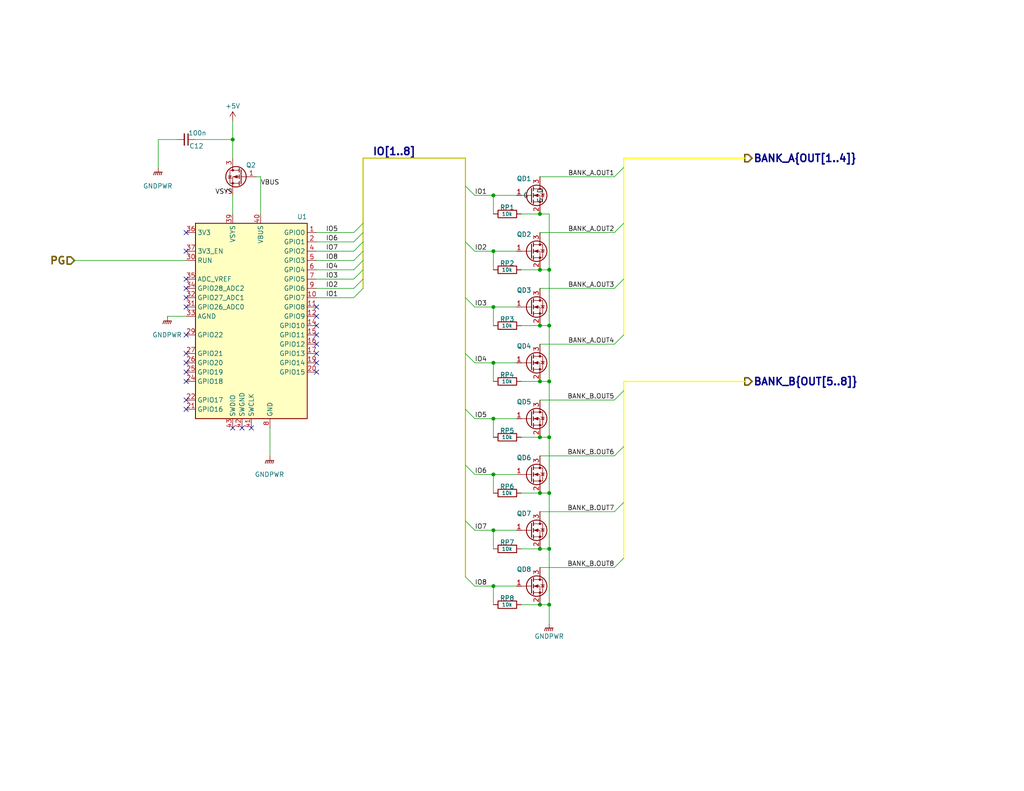
<source format=kicad_sch>
(kicad_sch (version 20230121) (generator eeschema)

  (uuid 55887704-dc64-4b9b-8126-dddb57802801)

  (paper "USLetter")

  (title_block
    (title "Pico W SSR Control")
    (date "2023-03-14")
    (rev "0.0.12")
    (company "Michael Cummings")
    (comment 1 "https://ohwr.org/project/cernohl/wikis/Documents/CERN-OHL-version-2")
    (comment 2 "Hardware License: CERN-OHL-W")
    (comment 3 "https://creativecommons.org/licenses/by-sa/4.0/")
    (comment 4 "License: CC By SA 4.0")
  )

  (lib_symbols
    (symbol "2N7002K_1" (in_bom yes) (on_board yes)
      (property "Reference" "QD1" (at 5.334 1.2701 0)
        (effects (font (size 1.27 1.27)) (justify left))
      )
      (property "Value" "2N7002K_1" (at 6.35 -16.51 0)
        (effects (font (size 1.27 1.27)) (justify left) hide)
      )
      (property "Footprint" "Package_TO_SOT_SMD:SOT-23" (at 6.35 -19.685 0)
        (effects (font (size 1.27 1.27) italic) (justify left) hide)
      )
      (property "Datasheet" "https://www.diodes.com/assets/Datasheets/ds30896.pdf" (at 6.35 -22.86 0)
        (effects (font (size 1.27 1.27)) (justify left) hide)
      )
      (property "ki_keywords" "N-Channel MOSFET" (at 0 0 0)
        (effects (font (size 1.27 1.27)) hide)
      )
      (property "ki_description" "0.38A Id, 60V Vds, N-Channel MOSFET, SOT-23" (at 0 0 0)
        (effects (font (size 1.27 1.27)) hide)
      )
      (property "ki_fp_filters" "SOT?23*" (at 0 0 0)
        (effects (font (size 1.27 1.27)) hide)
      )
      (symbol "2N7002K_1_0_1"
        (polyline
          (pts
            (xy 0.254 0)
            (xy -2.54 0)
          )
          (stroke (width 0) (type default))
          (fill (type none))
        )
        (polyline
          (pts
            (xy 0.254 1.905)
            (xy 0.254 -1.905)
          )
          (stroke (width 0.254) (type default))
          (fill (type none))
        )
        (polyline
          (pts
            (xy 0.762 -1.27)
            (xy 0.762 -2.286)
          )
          (stroke (width 0.254) (type default))
          (fill (type none))
        )
        (polyline
          (pts
            (xy 0.762 0.508)
            (xy 0.762 -0.508)
          )
          (stroke (width 0.254) (type default))
          (fill (type none))
        )
        (polyline
          (pts
            (xy 0.762 2.286)
            (xy 0.762 1.27)
          )
          (stroke (width 0.254) (type default))
          (fill (type none))
        )
        (polyline
          (pts
            (xy 2.54 2.54)
            (xy 2.54 1.778)
          )
          (stroke (width 0) (type default))
          (fill (type none))
        )
        (polyline
          (pts
            (xy 2.54 -2.54)
            (xy 2.54 0)
            (xy 0.762 0)
          )
          (stroke (width 0) (type default))
          (fill (type none))
        )
        (polyline
          (pts
            (xy 0.762 -1.778)
            (xy 3.302 -1.778)
            (xy 3.302 1.778)
            (xy 0.762 1.778)
          )
          (stroke (width 0) (type default))
          (fill (type none))
        )
        (polyline
          (pts
            (xy 1.016 0)
            (xy 2.032 0.381)
            (xy 2.032 -0.381)
            (xy 1.016 0)
          )
          (stroke (width 0) (type default))
          (fill (type outline))
        )
        (polyline
          (pts
            (xy 2.794 0.508)
            (xy 2.921 0.381)
            (xy 3.683 0.381)
            (xy 3.81 0.254)
          )
          (stroke (width 0) (type default))
          (fill (type none))
        )
        (polyline
          (pts
            (xy 3.302 0.381)
            (xy 2.921 -0.254)
            (xy 3.683 -0.254)
            (xy 3.302 0.381)
          )
          (stroke (width 0) (type default))
          (fill (type none))
        )
        (circle (center 1.651 0) (radius 2.794)
          (stroke (width 0.254) (type default))
          (fill (type none))
        )
        (circle (center 2.54 -1.778) (radius 0.254)
          (stroke (width 0) (type default))
          (fill (type outline))
        )
        (circle (center 2.54 1.778) (radius 0.254)
          (stroke (width 0) (type default))
          (fill (type outline))
        )
      )
      (symbol "2N7002K_1_1_1"
        (pin input line (at -3.81 0 0) (length 1.27)
          (name "G" (effects (font (size 1.27 1.27))))
          (number "1" (effects (font (size 1.27 1.27))))
        )
        (pin passive line (at 2.54 -5.08 90) (length 2.54)
          (name "S" (effects (font (size 1.27 1.27))))
          (number "2" (effects (font (size 1.27 1.27))))
        )
        (pin passive line (at 2.54 5.08 270) (length 2.54)
          (name "D" (effects (font (size 1.27 1.27))))
          (number "3" (effects (font (size 1.27 1.27))))
        )
      )
    )
    (symbol "Device:C_Small" (pin_numbers hide) (pin_names (offset 0.254) hide) (in_bom yes) (on_board yes)
      (property "Reference" "C" (at 0.254 1.778 0)
        (effects (font (size 1.27 1.27)) (justify left))
      )
      (property "Value" "C_Small" (at 0.254 -2.032 0)
        (effects (font (size 1.27 1.27)) (justify left))
      )
      (property "Footprint" "" (at 0 0 0)
        (effects (font (size 1.27 1.27)) hide)
      )
      (property "Datasheet" "~" (at 0 0 0)
        (effects (font (size 1.27 1.27)) hide)
      )
      (property "ki_keywords" "capacitor cap" (at 0 0 0)
        (effects (font (size 1.27 1.27)) hide)
      )
      (property "ki_description" "Unpolarized capacitor, small symbol" (at 0 0 0)
        (effects (font (size 1.27 1.27)) hide)
      )
      (property "ki_fp_filters" "C_*" (at 0 0 0)
        (effects (font (size 1.27 1.27)) hide)
      )
      (symbol "C_Small_0_1"
        (polyline
          (pts
            (xy -1.524 -0.508)
            (xy 1.524 -0.508)
          )
          (stroke (width 0.3302) (type default))
          (fill (type none))
        )
        (polyline
          (pts
            (xy -1.524 0.508)
            (xy 1.524 0.508)
          )
          (stroke (width 0.3048) (type default))
          (fill (type none))
        )
      )
      (symbol "C_Small_1_1"
        (pin passive line (at 0 2.54 270) (length 2.032)
          (name "~" (effects (font (size 1.27 1.27))))
          (number "1" (effects (font (size 1.27 1.27))))
        )
        (pin passive line (at 0 -2.54 90) (length 2.032)
          (name "~" (effects (font (size 1.27 1.27))))
          (number "2" (effects (font (size 1.27 1.27))))
        )
      )
    )
    (symbol "Device:R" (pin_numbers hide) (pin_names (offset 0)) (in_bom yes) (on_board yes)
      (property "Reference" "R" (at 2.032 0 90)
        (effects (font (size 1.27 1.27)))
      )
      (property "Value" "R" (at 0 0 90)
        (effects (font (size 1.27 1.27)))
      )
      (property "Footprint" "" (at -1.778 0 90)
        (effects (font (size 1.27 1.27)) hide)
      )
      (property "Datasheet" "~" (at 0 0 0)
        (effects (font (size 1.27 1.27)) hide)
      )
      (property "ki_keywords" "R res resistor" (at 0 0 0)
        (effects (font (size 1.27 1.27)) hide)
      )
      (property "ki_description" "Resistor" (at 0 0 0)
        (effects (font (size 1.27 1.27)) hide)
      )
      (property "ki_fp_filters" "R_*" (at 0 0 0)
        (effects (font (size 1.27 1.27)) hide)
      )
      (symbol "R_0_1"
        (rectangle (start -1.016 -2.54) (end 1.016 2.54)
          (stroke (width 0.254) (type default))
          (fill (type none))
        )
      )
      (symbol "R_1_1"
        (pin passive line (at 0 3.81 270) (length 1.27)
          (name "~" (effects (font (size 1.27 1.27))))
          (number "1" (effects (font (size 1.27 1.27))))
        )
        (pin passive line (at 0 -3.81 90) (length 1.27)
          (name "~" (effects (font (size 1.27 1.27))))
          (number "2" (effects (font (size 1.27 1.27))))
        )
      )
    )
    (symbol "Transistor_FET:2N7002K" (pin_names hide) (in_bom yes) (on_board yes)
      (property "Reference" "QD1" (at 5.334 1.2701 0)
        (effects (font (size 1.27 1.27)) (justify left))
      )
      (property "Value" "2N7002K" (at 6.35 -16.51 0)
        (effects (font (size 1.27 1.27)) (justify left) hide)
      )
      (property "Footprint" "Package_TO_SOT_SMD:SOT-23" (at 6.35 -19.685 0)
        (effects (font (size 1.27 1.27) italic) (justify left) hide)
      )
      (property "Datasheet" "https://www.diodes.com/assets/Datasheets/ds30896.pdf" (at 6.35 -22.86 0)
        (effects (font (size 1.27 1.27)) (justify left) hide)
      )
      (property "ki_keywords" "N-Channel MOSFET" (at 0 0 0)
        (effects (font (size 1.27 1.27)) hide)
      )
      (property "ki_description" "0.38A Id, 60V Vds, N-Channel MOSFET, SOT-23" (at 0 0 0)
        (effects (font (size 1.27 1.27)) hide)
      )
      (property "ki_fp_filters" "SOT?23*" (at 0 0 0)
        (effects (font (size 1.27 1.27)) hide)
      )
      (symbol "2N7002K_0_1"
        (polyline
          (pts
            (xy 0.254 0)
            (xy -2.54 0)
          )
          (stroke (width 0) (type default))
          (fill (type none))
        )
        (polyline
          (pts
            (xy 0.254 1.905)
            (xy 0.254 -1.905)
          )
          (stroke (width 0.254) (type default))
          (fill (type none))
        )
        (polyline
          (pts
            (xy 0.762 -1.27)
            (xy 0.762 -2.286)
          )
          (stroke (width 0.254) (type default))
          (fill (type none))
        )
        (polyline
          (pts
            (xy 0.762 0.508)
            (xy 0.762 -0.508)
          )
          (stroke (width 0.254) (type default))
          (fill (type none))
        )
        (polyline
          (pts
            (xy 0.762 2.286)
            (xy 0.762 1.27)
          )
          (stroke (width 0.254) (type default))
          (fill (type none))
        )
        (polyline
          (pts
            (xy 2.54 2.54)
            (xy 2.54 1.778)
          )
          (stroke (width 0) (type default))
          (fill (type none))
        )
        (polyline
          (pts
            (xy 2.54 -2.54)
            (xy 2.54 0)
            (xy 0.762 0)
          )
          (stroke (width 0) (type default))
          (fill (type none))
        )
        (polyline
          (pts
            (xy 0.762 -1.778)
            (xy 3.302 -1.778)
            (xy 3.302 1.778)
            (xy 0.762 1.778)
          )
          (stroke (width 0) (type default))
          (fill (type none))
        )
        (polyline
          (pts
            (xy 1.016 0)
            (xy 2.032 0.381)
            (xy 2.032 -0.381)
            (xy 1.016 0)
          )
          (stroke (width 0) (type default))
          (fill (type outline))
        )
        (polyline
          (pts
            (xy 2.794 0.508)
            (xy 2.921 0.381)
            (xy 3.683 0.381)
            (xy 3.81 0.254)
          )
          (stroke (width 0) (type default))
          (fill (type none))
        )
        (polyline
          (pts
            (xy 3.302 0.381)
            (xy 2.921 -0.254)
            (xy 3.683 -0.254)
            (xy 3.302 0.381)
          )
          (stroke (width 0) (type default))
          (fill (type none))
        )
        (circle (center 1.651 0) (radius 2.794)
          (stroke (width 0.254) (type default))
          (fill (type none))
        )
        (circle (center 2.54 -1.778) (radius 0.254)
          (stroke (width 0) (type default))
          (fill (type outline))
        )
        (circle (center 2.54 1.778) (radius 0.254)
          (stroke (width 0) (type default))
          (fill (type outline))
        )
      )
      (symbol "2N7002K_1_1"
        (pin input line (at -3.81 0 0) (length 1.27)
          (name "G" (effects (font (size 1.27 1.27))))
          (number "1" (effects (font (size 1.27 1.27))))
        )
        (pin passive line (at 2.54 -5.08 90) (length 2.54)
          (name "S" (effects (font (size 1.27 1.27))))
          (number "2" (effects (font (size 1.27 1.27))))
        )
        (pin passive line (at 2.54 5.08 270) (length 2.54)
          (name "D" (effects (font (size 1.27 1.27))))
          (number "3" (effects (font (size 1.27 1.27))))
        )
      )
    )
    (symbol "dragon_mobile:DMG2305UX-7" (pin_names (offset 1.016) hide) (in_bom yes) (on_board yes)
      (property "Reference" "Q2" (at -6.35 3.175 0)
        (effects (font (size 1.27 1.27)) (justify left))
      )
      (property "Value" "DMG2305UX-7" (at 0 -22.225 0)
        (effects (font (size 1.27 1.27)) (justify left bottom) hide)
      )
      (property "Footprint" "Package_TO_SOT_SMD:SOT-23" (at 0 -24.765 0)
        (effects (font (size 1.27 1.27)) (justify left bottom) hide)
      )
      (property "Datasheet" "https://www.diodes.com/assets/Datasheets/DMG2305UX.pdf" (at 0 -27.305 0)
        (effects (font (size 1.27 1.27)) (justify left bottom) hide)
      )
      (property "Description" "MOSFET P-Ch ENH FET -20V 52mOh -5A" (at 0 -29.845 0)
        (effects (font (size 1.27 1.27)) (justify left bottom) hide)
      )
      (property "MFN" "Diodes Inc." (at 0 -37.465 0)
        (effects (font (size 1.27 1.27)) (justify left bottom) hide)
      )
      (property "MFP" "DMG2305UX" (at 0 -34.925 0)
        (effects (font (size 1.27 1.27)) (justify left bottom) hide)
      )
      (property "Height(mm)" "1.1mm" (at 0 -32.385 0)
        (effects (font (size 1.27 1.27)) (justify left bottom) hide)
      )
      (property "Package" "SOT-23-3" (at 0 -45.085 0)
        (effects (font (size 1.27 1.27)) (justify left bottom) hide)
      )
      (property "Type" "SMD" (at 0 -47.625 0)
        (effects (font (size 1.27 1.27)) (justify left bottom) hide)
      )
      (property "Mouser Part Number" "621-DMG2305UX-7" (at 0 -40.005 0)
        (effects (font (size 1.27 1.27)) (justify left bottom) hide)
      )
      (property "Mouser Price/Stock" "https://www.mouser.com/ProductDetail/Diodes-Incorporated/DMG2305UX-7?qs=L1DZKBg7t5F%2FNBHrjfxC%252Bg%3D%3D" (at 0 -42.545 0)
        (effects (font (size 1.27 1.27)) (justify left bottom) hide)
      )
      (property "ki_keywords" "P-Channel MOSFET" (at 0 0 0)
        (effects (font (size 1.27 1.27)) hide)
      )
      (property "ki_description" "Package_TO_SOT_SMD:SOT-23" (at 0 0 0)
        (effects (font (size 1.27 1.27)) hide)
      )
      (symbol "DMG2305UX-7_0_1"
        (circle (center -0.889 0) (radius 2.794)
          (stroke (width 0.254) (type default))
          (fill (type none))
        )
        (circle (center 0 -1.778) (radius 0.254)
          (stroke (width 0) (type default))
          (fill (type outline))
        )
        (polyline
          (pts
            (xy -2.286 0)
            (xy -3.81 0)
          )
          (stroke (width 0) (type default))
          (fill (type none))
        )
        (polyline
          (pts
            (xy -2.286 1.905)
            (xy -2.286 -1.905)
          )
          (stroke (width 0.254) (type default))
          (fill (type none))
        )
        (polyline
          (pts
            (xy -1.778 -1.27)
            (xy -1.778 -2.286)
          )
          (stroke (width 0.254) (type default))
          (fill (type none))
        )
        (polyline
          (pts
            (xy -1.778 0.508)
            (xy -1.778 -0.508)
          )
          (stroke (width 0.254) (type default))
          (fill (type none))
        )
        (polyline
          (pts
            (xy -1.778 2.286)
            (xy -1.778 1.27)
          )
          (stroke (width 0.254) (type default))
          (fill (type none))
        )
        (polyline
          (pts
            (xy 0 2.54)
            (xy 0 1.778)
          )
          (stroke (width 0) (type default))
          (fill (type none))
        )
        (polyline
          (pts
            (xy 0 -2.54)
            (xy 0 0)
            (xy -1.778 0)
          )
          (stroke (width 0) (type default))
          (fill (type none))
        )
        (polyline
          (pts
            (xy -1.778 1.778)
            (xy 0.762 1.778)
            (xy 0.762 -1.778)
            (xy -1.778 -1.778)
          )
          (stroke (width 0) (type default))
          (fill (type none))
        )
        (polyline
          (pts
            (xy -0.254 0)
            (xy -1.27 0.381)
            (xy -1.27 -0.381)
            (xy -0.254 0)
          )
          (stroke (width 0) (type default))
          (fill (type outline))
        )
        (polyline
          (pts
            (xy 0.254 -0.508)
            (xy 0.381 -0.381)
            (xy 1.143 -0.381)
            (xy 1.27 -0.254)
          )
          (stroke (width 0) (type default))
          (fill (type none))
        )
        (polyline
          (pts
            (xy 0.762 -0.381)
            (xy 0.381 0.254)
            (xy 1.143 0.254)
            (xy 0.762 -0.381)
          )
          (stroke (width 0) (type default))
          (fill (type none))
        )
        (circle (center 0 1.778) (radius 0.254)
          (stroke (width 0) (type default))
          (fill (type outline))
        )
      )
      (symbol "DMG2305UX-7_1_1"
        (pin input line (at -6.35 0 0) (length 2.54)
          (name "G" (effects (font (size 1.27 1.27))))
          (number "1" (effects (font (size 1.27 1.27))))
        )
        (pin power_out line (at 0 -5.08 90) (length 2.54)
          (name "S" (effects (font (size 1.27 1.27))))
          (number "2" (effects (font (size 1.27 1.27))))
        )
        (pin power_in line (at 0 5.08 270) (length 2.54)
          (name "D" (effects (font (size 1.27 1.27))))
          (number "3" (effects (font (size 1.27 1.27))))
        )
      )
    )
    (symbol "dragon_mobile:RaspberryPi-PicoW" (in_bom yes) (on_board yes)
      (property "Reference" "U" (at -13.97 29.21 0)
        (effects (font (size 1.27 1.27)))
      )
      (property "Value" "RaspberryPi-PicoW" (at 0 -45.085 0)
        (effects (font (size 1.27 1.27)) (justify left) hide)
      )
      (property "Footprint" "dragon_mobile:Raspberry_Pi_Pico_THT" (at 0 -48.26 0)
        (effects (font (size 1.27 1.27)) (justify left) hide)
      )
      (property "Datasheet" "https://datasheets.raspberrypi.com/picow/pico-w-datasheet.pdf" (at 0 -50.8 0)
        (effects (font (size 1.27 1.27)) (justify left) hide)
      )
      (property "ki_keywords" "Pico-W RPL RPTL RPi module RP2040 CYW43439 2.4GHz RF radio Wi-Fi WiFi" (at 0 0 0)
        (effects (font (size 1.27 1.27)) hide)
      )
      (property "ki_description" "Raspberry Pi Pico W, RP2040-based microcontroller board with wireless" (at 0 0 0)
        (effects (font (size 1.27 1.27)) hide)
      )
      (property "ki_fp_filters" "Raspberry*Pico* RPi*Pico*" (at 0 0 0)
        (effects (font (size 1.27 1.27)) hide)
      )
      (symbol "RaspberryPi-PicoW_0_1"
        (rectangle (start -15.24 27.94) (end 15.24 -25.4)
          (stroke (width 0.254) (type default))
          (fill (type background))
        )
      )
      (symbol "RaspberryPi-PicoW_1_1"
        (pin bidirectional line (at -17.78 25.4 0) (length 2.54)
          (name "GPIO0" (effects (font (size 1.27 1.27))))
          (number "1" (effects (font (size 1.27 1.27))))
          (alternate "I2C0_SDA" bidirectional line)
          (alternate "PWM0_A" output line)
          (alternate "SPI0_RX" input line)
          (alternate "UART0_TX" output line)
          (alternate "USB_OVCUR_DET" input line)
        )
        (pin bidirectional line (at -17.78 7.62 0) (length 2.54)
          (name "GPIO7" (effects (font (size 1.27 1.27))))
          (number "10" (effects (font (size 1.27 1.27))))
          (alternate "I2C1_SCL" bidirectional line)
          (alternate "PWM3_B" bidirectional line)
          (alternate "SPI0_TX" output line)
          (alternate "USB_VBUS_DET" input line)
          (alternate "~{UART1_RTS}" output line)
        )
        (pin bidirectional line (at -17.78 5.08 0) (length 2.54)
          (name "GPIO8" (effects (font (size 1.27 1.27))))
          (number "11" (effects (font (size 1.27 1.27))))
          (alternate "I2C0_SDA" bidirectional line)
          (alternate "PWM4_A" output line)
          (alternate "SPI1_RX" input line)
          (alternate "UART1_TX" output line)
          (alternate "USB_VBUS_EN" output line)
        )
        (pin bidirectional line (at -17.78 2.54 0) (length 2.54)
          (name "GPIO9" (effects (font (size 1.27 1.27))))
          (number "12" (effects (font (size 1.27 1.27))))
          (alternate "I2C0_SCL" bidirectional line)
          (alternate "PWM4_B" bidirectional line)
          (alternate "UART1_RX" input line)
          (alternate "USB_OVCUR_DET" input line)
          (alternate "~{SPI1_CS}" output line)
        )
        (pin passive line (at -5.08 -27.94 90) (length 2.54) hide
          (name "GND" (effects (font (size 1.27 1.27))))
          (number "13" (effects (font (size 1.27 1.27))))
        )
        (pin bidirectional line (at -17.78 0 0) (length 2.54)
          (name "GPIO10" (effects (font (size 1.27 1.27))))
          (number "14" (effects (font (size 1.27 1.27))))
          (alternate "I2C1_SDA" bidirectional line)
          (alternate "PWM5_A" output line)
          (alternate "SPI1_SCK" bidirectional line)
          (alternate "USB_VBUS_DET" input line)
          (alternate "~{UART1_CTS}" input line)
        )
        (pin bidirectional line (at -17.78 -2.54 0) (length 2.54)
          (name "GPIO11" (effects (font (size 1.27 1.27))))
          (number "15" (effects (font (size 1.27 1.27))))
          (alternate "I2C1_SCL" bidirectional line)
          (alternate "PWM5_B" bidirectional line)
          (alternate "SPI1_TX" output line)
          (alternate "USB_VBUS_EN" output line)
          (alternate "~{UART1_RTS}" output line)
        )
        (pin bidirectional line (at -17.78 -5.08 0) (length 2.54)
          (name "GPIO12" (effects (font (size 1.27 1.27))))
          (number "16" (effects (font (size 1.27 1.27))))
          (alternate "I2C0_SDA" bidirectional line)
          (alternate "PWM6_A" output line)
          (alternate "SPI1_RX" input line)
          (alternate "UART0_TX" output line)
          (alternate "USB_OVCUR_DET" input line)
        )
        (pin bidirectional line (at -17.78 -7.62 0) (length 2.54)
          (name "GPIO13" (effects (font (size 1.27 1.27))))
          (number "17" (effects (font (size 1.27 1.27))))
          (alternate "I2C0_SCL" bidirectional line)
          (alternate "PWM6_B" bidirectional line)
          (alternate "UART0_RX" input line)
          (alternate "USB_VBUS_DET" input line)
          (alternate "~{SPI1_CS}" output line)
        )
        (pin passive line (at -5.08 -27.94 90) (length 2.54) hide
          (name "GND" (effects (font (size 1.27 1.27))))
          (number "18" (effects (font (size 1.27 1.27))))
        )
        (pin bidirectional line (at -17.78 -10.16 0) (length 2.54)
          (name "GPIO14" (effects (font (size 1.27 1.27))))
          (number "19" (effects (font (size 1.27 1.27))))
          (alternate "I2C1_SDA" bidirectional line)
          (alternate "PWM7_A" output line)
          (alternate "SPI1_SCK" bidirectional line)
          (alternate "USB_VBUS_EN" output line)
          (alternate "~{UART0_CTS}" input line)
        )
        (pin bidirectional line (at -17.78 22.86 0) (length 2.54)
          (name "GPIO1" (effects (font (size 1.27 1.27))))
          (number "2" (effects (font (size 1.27 1.27))))
          (alternate "I2C0_SCL" bidirectional line)
          (alternate "PWM0_B" bidirectional line)
          (alternate "UART0_RX" input line)
          (alternate "USB_VBUS_DET" input line)
          (alternate "~{SPI0_CS}" output line)
        )
        (pin bidirectional line (at -17.78 -12.7 0) (length 2.54)
          (name "GPIO15" (effects (font (size 1.27 1.27))))
          (number "20" (effects (font (size 1.27 1.27))))
          (alternate "I2C1_SCL" bidirectional line)
          (alternate "PWM7_B" bidirectional line)
          (alternate "SPI1_TX" output line)
          (alternate "USB_OVCUR_DET" input line)
          (alternate "~{UART0_RTS}" output line)
        )
        (pin bidirectional line (at 17.78 -22.86 180) (length 2.54)
          (name "GPIO16" (effects (font (size 1.27 1.27))))
          (number "21" (effects (font (size 1.27 1.27))))
          (alternate "I2C0_SDA" bidirectional line)
          (alternate "PWM0_A" output line)
          (alternate "SPI0_RX" input line)
          (alternate "UART0_TX" output line)
          (alternate "USB_VBUS_DET" input line)
        )
        (pin bidirectional line (at 17.78 -20.32 180) (length 2.54)
          (name "GPIO17" (effects (font (size 1.27 1.27))))
          (number "22" (effects (font (size 1.27 1.27))))
          (alternate "I2C0_SCL" bidirectional line)
          (alternate "PWM0_B" bidirectional line)
          (alternate "UART0_RX" input line)
          (alternate "USB_VBUS_EN" output line)
          (alternate "~{SPI0_CS}" output line)
        )
        (pin passive line (at -5.08 -27.94 90) (length 2.54) hide
          (name "GND" (effects (font (size 1.27 1.27))))
          (number "23" (effects (font (size 1.27 1.27))))
        )
        (pin bidirectional line (at 17.78 -15.24 180) (length 2.54)
          (name "GPIO18" (effects (font (size 1.27 1.27))))
          (number "24" (effects (font (size 1.27 1.27))))
          (alternate "I2C1_SDA" bidirectional line)
          (alternate "PWM1_A" output line)
          (alternate "SPI0_SCK" bidirectional line)
          (alternate "USB_OVCUR_DET" input line)
          (alternate "~{UART0_CTS}" input line)
        )
        (pin bidirectional line (at 17.78 -12.7 180) (length 2.54)
          (name "GPIO19" (effects (font (size 1.27 1.27))))
          (number "25" (effects (font (size 1.27 1.27))))
          (alternate "I2C1_SCL" bidirectional line)
          (alternate "PWM1_B" bidirectional line)
          (alternate "SPI0_TX" output line)
          (alternate "USB_VBUS_DET" input line)
          (alternate "~{UART0_RTS}" output line)
        )
        (pin bidirectional line (at 17.78 -10.16 180) (length 2.54)
          (name "GPIO20" (effects (font (size 1.27 1.27))))
          (number "26" (effects (font (size 1.27 1.27))))
          (alternate "CLOCK_GPIN0" input line)
          (alternate "I2C0_SDA" bidirectional line)
          (alternate "PWM2_A" output line)
          (alternate "SPI0_RX" input line)
          (alternate "UART1_TX" output line)
          (alternate "USB_VBUS_EN" output line)
        )
        (pin bidirectional line (at 17.78 -7.62 180) (length 2.54)
          (name "GPIO21" (effects (font (size 1.27 1.27))))
          (number "27" (effects (font (size 1.27 1.27))))
          (alternate "CLOCK_GPOUT0" output line)
          (alternate "I2C0_SCL" bidirectional line)
          (alternate "PWM2_B" bidirectional line)
          (alternate "UART1_RX" input line)
          (alternate "USB_OVCUR_DET" input line)
          (alternate "~{SPI0_CS}" output line)
        )
        (pin passive line (at -5.08 -27.94 90) (length 2.54) hide
          (name "GND" (effects (font (size 1.27 1.27))))
          (number "28" (effects (font (size 1.27 1.27))))
        )
        (pin bidirectional line (at 17.78 -2.54 180) (length 2.54)
          (name "GPIO22" (effects (font (size 1.27 1.27))))
          (number "29" (effects (font (size 1.27 1.27))))
          (alternate "CLOCK_GPIN1" input line)
          (alternate "I2C1_SDA" bidirectional line)
          (alternate "PWM3_A" output line)
          (alternate "SPI0_SCK" bidirectional line)
          (alternate "USB_VBUS_DET" input line)
          (alternate "~{UART1_CTS}" input line)
        )
        (pin passive line (at -5.08 -27.94 90) (length 2.54) hide
          (name "GND" (effects (font (size 1.27 1.27))))
          (number "3" (effects (font (size 1.27 1.27))))
        )
        (pin input line (at 17.78 17.78 180) (length 2.54)
          (name "RUN" (effects (font (size 1.27 1.27))))
          (number "30" (effects (font (size 1.27 1.27))))
          (alternate "~{RESET}" input line)
        )
        (pin bidirectional line (at 17.78 5.08 180) (length 2.54)
          (name "GPIO26_ADC0" (effects (font (size 1.27 1.27))))
          (number "31" (effects (font (size 1.27 1.27))))
          (alternate "ADC0" input line)
          (alternate "GPIO26" bidirectional line)
          (alternate "I2C1_SDA" bidirectional line)
          (alternate "PWM5_A" output line)
          (alternate "SPI1_SCK" bidirectional line)
          (alternate "USB_VBUS_EN" output line)
          (alternate "~{UART1_CTS}" input line)
        )
        (pin bidirectional line (at 17.78 7.62 180) (length 2.54)
          (name "GPIO27_ADC1" (effects (font (size 1.27 1.27))))
          (number "32" (effects (font (size 1.27 1.27))))
          (alternate "ADC1" input line)
          (alternate "GPIO27" bidirectional line)
          (alternate "I2C1_SCL" bidirectional line)
          (alternate "PWM5_B" bidirectional line)
          (alternate "SPI1_TX" output line)
          (alternate "USB_OVCUR_DET" input line)
          (alternate "~{UART1_RTS}" output line)
        )
        (pin power_in line (at 17.78 2.54 180) (length 2.54)
          (name "AGND" (effects (font (size 1.27 1.27))))
          (number "33" (effects (font (size 1.27 1.27))))
          (alternate "GND" power_in line)
        )
        (pin bidirectional line (at 17.78 10.16 180) (length 2.54)
          (name "GPIO28_ADC2" (effects (font (size 1.27 1.27))))
          (number "34" (effects (font (size 1.27 1.27))))
          (alternate "ADC2" input line)
          (alternate "GPIO28" bidirectional line)
          (alternate "I2C0_SDA" bidirectional line)
          (alternate "PWM6_A" output line)
          (alternate "SPI1_RX" input line)
          (alternate "UART0_TX" output line)
          (alternate "USB_VBUS_DET" input line)
        )
        (pin power_in line (at 17.78 12.7 180) (length 2.54)
          (name "ADC_VREF" (effects (font (size 1.27 1.27))))
          (number "35" (effects (font (size 1.27 1.27))))
        )
        (pin power_out line (at 17.78 25.4 180) (length 2.54)
          (name "3V3" (effects (font (size 1.27 1.27))))
          (number "36" (effects (font (size 1.27 1.27))))
        )
        (pin input line (at 17.78 20.32 180) (length 2.54)
          (name "3V3_EN" (effects (font (size 1.27 1.27))))
          (number "37" (effects (font (size 1.27 1.27))))
        )
        (pin passive line (at -5.08 -27.94 90) (length 2.54) hide
          (name "GND" (effects (font (size 1.27 1.27))))
          (number "38" (effects (font (size 1.27 1.27))))
        )
        (pin power_in line (at 5.08 30.48 270) (length 2.54)
          (name "VSYS" (effects (font (size 1.27 1.27))))
          (number "39" (effects (font (size 1.27 1.27))))
          (alternate "VSYS" power_in line)
        )
        (pin bidirectional line (at -17.78 20.32 0) (length 2.54)
          (name "GPIO2" (effects (font (size 1.27 1.27))))
          (number "4" (effects (font (size 1.27 1.27))))
          (alternate "I2C1_SDA" bidirectional line)
          (alternate "PWM1_A" output line)
          (alternate "SPI0_SCK" bidirectional line)
          (alternate "USB_VBUS_EN" output line)
          (alternate "~{UART0_CTS}" input line)
        )
        (pin power_out line (at -2.54 30.48 270) (length 2.54)
          (name "VBUS" (effects (font (size 1.27 1.27))))
          (number "40" (effects (font (size 1.27 1.27))))
          (alternate "VBUS" power_in line)
        )
        (pin input line (at 0 -27.94 90) (length 2.54)
          (name "SWCLK" (effects (font (size 1.27 1.27))))
          (number "41" (effects (font (size 1.27 1.27))))
        )
        (pin power_in line (at 2.54 -27.94 90) (length 2.54)
          (name "SWGND" (effects (font (size 1.27 1.27))))
          (number "42" (effects (font (size 1.27 1.27))))
          (alternate "GND" power_in line)
        )
        (pin bidirectional line (at 5.08 -27.94 90) (length 2.54)
          (name "SWDIO" (effects (font (size 1.27 1.27))))
          (number "43" (effects (font (size 1.27 1.27))))
        )
        (pin bidirectional line (at -17.78 17.78 0) (length 2.54)
          (name "GPIO3" (effects (font (size 1.27 1.27))))
          (number "5" (effects (font (size 1.27 1.27))))
          (alternate "I2C1_SCL" bidirectional line)
          (alternate "PWM1_B" bidirectional line)
          (alternate "SPI0_TX" output line)
          (alternate "USB_OVCUR_DET" input line)
          (alternate "~{UART0_RTS}" output line)
        )
        (pin bidirectional line (at -17.78 15.24 0) (length 2.54)
          (name "GPIO4" (effects (font (size 1.27 1.27))))
          (number "6" (effects (font (size 1.27 1.27))))
          (alternate "I2C0_SDA" bidirectional line)
          (alternate "PWM2_A" output line)
          (alternate "SPI0_RX" input line)
          (alternate "UART1_TX" output line)
          (alternate "USB_VBUS_DET" input line)
        )
        (pin bidirectional line (at -17.78 12.7 0) (length 2.54)
          (name "GPIO5" (effects (font (size 1.27 1.27))))
          (number "7" (effects (font (size 1.27 1.27))))
          (alternate "I2C0_SCL" bidirectional line)
          (alternate "PWM2_B" bidirectional line)
          (alternate "UART1_RX" input line)
          (alternate "USB_VBUS_EN" output line)
          (alternate "~{SPI0_CS}" output line)
        )
        (pin power_in line (at -5.08 -27.94 90) (length 2.54)
          (name "GND" (effects (font (size 1.27 1.27))))
          (number "8" (effects (font (size 1.27 1.27))))
        )
        (pin bidirectional line (at -17.78 10.16 0) (length 2.54)
          (name "GPIO6" (effects (font (size 1.27 1.27))))
          (number "9" (effects (font (size 1.27 1.27))))
          (alternate "I2C1_SDA" bidirectional line)
          (alternate "PWM3_A" output line)
          (alternate "SPI0_SCK" bidirectional line)
          (alternate "USB_OVCUR_DET" input line)
          (alternate "~{UART1_CTS}" input line)
        )
      )
    )
    (symbol "power:+5V" (power) (pin_names (offset 0)) (in_bom yes) (on_board yes)
      (property "Reference" "#PWR" (at 0 -3.81 0)
        (effects (font (size 1.27 1.27)) hide)
      )
      (property "Value" "+5V" (at 0 3.556 0)
        (effects (font (size 1.27 1.27)))
      )
      (property "Footprint" "" (at 0 0 0)
        (effects (font (size 1.27 1.27)) hide)
      )
      (property "Datasheet" "" (at 0 0 0)
        (effects (font (size 1.27 1.27)) hide)
      )
      (property "ki_keywords" "global power" (at 0 0 0)
        (effects (font (size 1.27 1.27)) hide)
      )
      (property "ki_description" "Power symbol creates a global label with name \"+5V\"" (at 0 0 0)
        (effects (font (size 1.27 1.27)) hide)
      )
      (symbol "+5V_0_1"
        (polyline
          (pts
            (xy -0.762 1.27)
            (xy 0 2.54)
          )
          (stroke (width 0) (type default))
          (fill (type none))
        )
        (polyline
          (pts
            (xy 0 0)
            (xy 0 2.54)
          )
          (stroke (width 0) (type default))
          (fill (type none))
        )
        (polyline
          (pts
            (xy 0 2.54)
            (xy 0.762 1.27)
          )
          (stroke (width 0) (type default))
          (fill (type none))
        )
      )
      (symbol "+5V_1_1"
        (pin power_in line (at 0 0 90) (length 0) hide
          (name "+5V" (effects (font (size 1.27 1.27))))
          (number "1" (effects (font (size 1.27 1.27))))
        )
      )
    )
    (symbol "power:GNDPWR" (power) (pin_names (offset 0)) (in_bom yes) (on_board yes)
      (property "Reference" "#PWR" (at 0 -5.08 0)
        (effects (font (size 1.27 1.27)) hide)
      )
      (property "Value" "GNDPWR" (at 0 -3.302 0)
        (effects (font (size 1.27 1.27)))
      )
      (property "Footprint" "" (at 0 -1.27 0)
        (effects (font (size 1.27 1.27)) hide)
      )
      (property "Datasheet" "" (at 0 -1.27 0)
        (effects (font (size 1.27 1.27)) hide)
      )
      (property "ki_keywords" "global ground" (at 0 0 0)
        (effects (font (size 1.27 1.27)) hide)
      )
      (property "ki_description" "Power symbol creates a global label with name \"GNDPWR\" , global ground" (at 0 0 0)
        (effects (font (size 1.27 1.27)) hide)
      )
      (symbol "GNDPWR_0_1"
        (polyline
          (pts
            (xy 0 -1.27)
            (xy 0 0)
          )
          (stroke (width 0) (type default))
          (fill (type none))
        )
        (polyline
          (pts
            (xy -1.016 -1.27)
            (xy -1.27 -2.032)
            (xy -1.27 -2.032)
          )
          (stroke (width 0.2032) (type default))
          (fill (type none))
        )
        (polyline
          (pts
            (xy -0.508 -1.27)
            (xy -0.762 -2.032)
            (xy -0.762 -2.032)
          )
          (stroke (width 0.2032) (type default))
          (fill (type none))
        )
        (polyline
          (pts
            (xy 0 -1.27)
            (xy -0.254 -2.032)
            (xy -0.254 -2.032)
          )
          (stroke (width 0.2032) (type default))
          (fill (type none))
        )
        (polyline
          (pts
            (xy 0.508 -1.27)
            (xy 0.254 -2.032)
            (xy 0.254 -2.032)
          )
          (stroke (width 0.2032) (type default))
          (fill (type none))
        )
        (polyline
          (pts
            (xy 1.016 -1.27)
            (xy -1.016 -1.27)
            (xy -1.016 -1.27)
          )
          (stroke (width 0.2032) (type default))
          (fill (type none))
        )
        (polyline
          (pts
            (xy 1.016 -1.27)
            (xy 0.762 -2.032)
            (xy 0.762 -2.032)
            (xy 0.762 -2.032)
          )
          (stroke (width 0.2032) (type default))
          (fill (type none))
        )
      )
      (symbol "GNDPWR_1_1"
        (pin power_in line (at 0 0 270) (length 0) hide
          (name "GNDPWR" (effects (font (size 1.27 1.27))))
          (number "1" (effects (font (size 1.27 1.27))))
        )
      )
    )
  )

  (junction (at 149.86 165.1) (diameter 0) (color 0 0 0 0)
    (uuid 0e98fc47-45e5-416c-82a7-aad95c644072)
  )
  (junction (at 147.32 88.9) (diameter 0) (color 0 0 0 0)
    (uuid 21e96356-706f-4f4e-968c-e92f158c882c)
  )
  (junction (at 134.62 144.78) (diameter 0) (color 0 0 0 0)
    (uuid 2e931e85-eb46-40c9-bee0-dbee94ff7f18)
  )
  (junction (at 147.32 149.86) (diameter 0) (color 0 0 0 0)
    (uuid 3015d58f-08f1-4404-bd7d-552e18aae6c7)
  )
  (junction (at 149.86 119.38) (diameter 0) (color 0 0 0 0)
    (uuid 341233ab-dad4-4659-8267-994f01a7b653)
  )
  (junction (at 147.32 104.14) (diameter 0) (color 0 0 0 0)
    (uuid 41487a7d-9258-415b-9044-1178ebc5c28e)
  )
  (junction (at 134.62 68.58) (diameter 0) (color 0 0 0 0)
    (uuid 4453c404-36e9-4f31-b52e-e69fda135181)
  )
  (junction (at 134.62 114.3) (diameter 0) (color 0 0 0 0)
    (uuid 4ba43811-97b4-4855-80dd-0f2a7490eb30)
  )
  (junction (at 147.32 73.66) (diameter 0) (color 0 0 0 0)
    (uuid 68c32706-c580-4502-bf25-1c585b1ba207)
  )
  (junction (at 149.86 149.86) (diameter 0) (color 0 0 0 0)
    (uuid 692d75ef-cceb-4b17-a524-5fc1d60713ac)
  )
  (junction (at 149.86 88.9) (diameter 0) (color 0 0 0 0)
    (uuid 82f0e6d6-48c7-4ad9-a238-f0b5fa39cc92)
  )
  (junction (at 147.32 119.38) (diameter 0) (color 0 0 0 0)
    (uuid 8ce8d6e0-2882-4722-898a-4c29fc5a0001)
  )
  (junction (at 147.32 58.42) (diameter 0) (color 0 0 0 0)
    (uuid 8f5cbfc9-16e7-4752-aad6-096a29736a91)
  )
  (junction (at 147.32 134.62) (diameter 0) (color 0 0 0 0)
    (uuid 912493b5-0509-4e6b-9462-56759d5e1680)
  )
  (junction (at 147.32 165.1) (diameter 0) (color 0 0 0 0)
    (uuid 98f5003a-903c-47c0-9221-808640d0b87e)
  )
  (junction (at 134.62 99.06) (diameter 0) (color 0 0 0 0)
    (uuid 99e94d70-4948-4b08-b58d-a5f96987d1d2)
  )
  (junction (at 149.86 73.66) (diameter 0) (color 0 0 0 0)
    (uuid 9bc9c86a-6bcd-4145-a7ab-4cb45f9983c4)
  )
  (junction (at 134.62 53.34) (diameter 0) (color 0 0 0 0)
    (uuid 9c221e36-4322-4d55-aed4-d0b6ea143f5c)
  )
  (junction (at 134.62 129.54) (diameter 0) (color 0 0 0 0)
    (uuid ae6c5941-638c-47e8-9815-7e0419da0458)
  )
  (junction (at 63.5 38.1) (diameter 0) (color 0 0 0 0)
    (uuid b7698580-b1dc-4dae-a520-1758d21ab3d3)
  )
  (junction (at 134.62 83.82) (diameter 0) (color 0 0 0 0)
    (uuid b90245a4-e189-4d2c-817c-4387eadcb3f9)
  )
  (junction (at 149.86 134.62) (diameter 0) (color 0 0 0 0)
    (uuid c9f728bc-5664-4ef2-884d-6223e42fc3b0)
  )
  (junction (at 149.86 104.14) (diameter 0) (color 0 0 0 0)
    (uuid d12151d2-404c-4a4a-a892-3ed2031b9916)
  )
  (junction (at 134.62 160.02) (diameter 0) (color 0 0 0 0)
    (uuid d72a6c55-72cf-4e79-beb9-3feead71b09c)
  )

  (no_connect (at 86.36 86.36) (uuid 10dea5c4-1e64-4224-9e15-e64438dfa77f))
  (no_connect (at 66.04 116.84) (uuid 12bbb915-5b48-43d3-8df6-97d4753df867))
  (no_connect (at 50.8 101.6) (uuid 1c0f5e1d-02d6-42d9-8b03-08c0505b78a9))
  (no_connect (at 50.8 96.52) (uuid 1ed94030-dbd7-4397-a3ca-1db52154b25f))
  (no_connect (at 50.8 83.82) (uuid 21229db0-8f3a-4384-80ea-b607a4ede12c))
  (no_connect (at 50.8 76.2) (uuid 248ce07c-1048-4cb6-bdd6-5dbee99b32cc))
  (no_connect (at 50.8 81.28) (uuid 2927458a-0f05-40e7-97b1-51750e80325f))
  (no_connect (at 50.8 78.74) (uuid 29a8c68e-f8b3-4073-a161-4de178daeec2))
  (no_connect (at 50.8 109.22) (uuid 2cbf48e5-993b-4d76-866e-fb76db529c73))
  (no_connect (at 50.8 68.58) (uuid 46e45acd-55ea-4507-956e-50c2e112ea91))
  (no_connect (at 68.58 116.84) (uuid 4b1bc365-d3c4-4dea-8a81-a5d5169f94e6))
  (no_connect (at 50.8 91.44) (uuid 6588afb6-1904-4448-b6a2-020b743f0249))
  (no_connect (at 86.36 91.44) (uuid 747df5f0-931b-4db3-a4c2-da406bd5c507))
  (no_connect (at 50.8 104.14) (uuid 8059aa8b-c23b-4fa9-9a16-7415b1736a48))
  (no_connect (at 63.5 116.84) (uuid 8376d404-dfdb-42dc-a213-c9964da24508))
  (no_connect (at 86.36 101.6) (uuid 9d6cc567-3312-420f-b934-364121adcb85))
  (no_connect (at 50.8 111.76) (uuid a151ba60-f462-4e7e-b528-51137603f011))
  (no_connect (at 86.36 93.98) (uuid a1ea815e-ec14-4f77-b29a-251516e4579b))
  (no_connect (at 50.8 99.06) (uuid bad84392-6b29-45dc-a8cb-51368a63b82e))
  (no_connect (at 50.8 63.5) (uuid bf27f09b-78ac-4f7f-b23c-10ecdfe39297))
  (no_connect (at 86.36 83.82) (uuid ce8561a5-47e0-46da-97de-ffa4f46e8ef9))
  (no_connect (at 86.36 99.06) (uuid d02dccd3-2ac0-4dab-a2dd-2e12b58ae414))
  (no_connect (at 86.36 96.52) (uuid e5164cad-141e-40ee-a7e6-357f642b9caa))
  (no_connect (at 86.36 88.9) (uuid fe654d31-6942-4cbf-b81a-5490f24d3d5d))

  (bus_entry (at 170.18 91.44) (size -2.54 2.54)
    (stroke (width 0) (type default))
    (uuid 11071fd0-a2ba-44ff-a482-622473357c7c)
  )
  (bus_entry (at 170.18 121.92) (size -2.54 2.54)
    (stroke (width 0) (type default))
    (uuid 191c9a2d-11ec-46b3-ab94-0e5eb8c29fd4)
  )
  (bus_entry (at 170.18 152.4) (size -2.54 2.54)
    (stroke (width 0) (type default))
    (uuid 23248c87-59e6-444a-a380-064ece9ceeb7)
  )
  (bus_entry (at 170.18 60.96) (size -2.54 2.54)
    (stroke (width 0) (type default))
    (uuid 23b78995-3606-460f-aaf0-5627d2643405)
  )
  (bus_entry (at 127 111.76) (size 2.54 2.54)
    (stroke (width 0) (type default))
    (uuid 32bc1f4c-20e3-49d4-8cee-252943ab85e1)
  )
  (bus_entry (at 99.06 76.2) (size -2.54 2.54)
    (stroke (width 0) (type default))
    (uuid 3914fb1b-5b8d-4d01-8c69-e1abaf305c29)
  )
  (bus_entry (at 99.06 68.58) (size -2.54 2.54)
    (stroke (width 0) (type default))
    (uuid 5104b26d-af3d-4ef4-93a1-b01b9be2fe16)
  )
  (bus_entry (at 127 96.52) (size 2.54 2.54)
    (stroke (width 0) (type default))
    (uuid 57de1273-12cf-4bf6-b391-6a03afed3275)
  )
  (bus_entry (at 99.06 66.04) (size -2.54 2.54)
    (stroke (width 0) (type default))
    (uuid 5c53ae58-48e3-4eca-8a08-e0757915c4d9)
  )
  (bus_entry (at 99.06 63.5) (size -2.54 2.54)
    (stroke (width 0) (type default))
    (uuid 61676790-1e42-4ed4-a316-b11aead72aef)
  )
  (bus_entry (at 127 81.28) (size 2.54 2.54)
    (stroke (width 0) (type default))
    (uuid 728b344c-95ba-4983-9a5c-a62491fd3bb1)
  )
  (bus_entry (at 170.18 76.2) (size -2.54 2.54)
    (stroke (width 0) (type default))
    (uuid 73f5ce4f-8b30-4519-8599-c4b86ec8f59c)
  )
  (bus_entry (at 99.06 60.96) (size -2.54 2.54)
    (stroke (width 0) (type default))
    (uuid 76272428-bd02-437c-9903-d4d450aab348)
  )
  (bus_entry (at 127 127) (size 2.54 2.54)
    (stroke (width 0) (type default))
    (uuid 7cb8221f-377d-4754-9605-be80c3e737f2)
  )
  (bus_entry (at 99.06 71.12) (size -2.54 2.54)
    (stroke (width 0) (type default))
    (uuid 8bac1904-3a99-489f-b8ee-138d9c428fd2)
  )
  (bus_entry (at 170.18 106.68) (size -2.54 2.54)
    (stroke (width 0) (type default))
    (uuid 8ef0541d-6f7b-47b1-aaae-35e8cfbca4e4)
  )
  (bus_entry (at 127 157.48) (size 2.54 2.54)
    (stroke (width 0) (type default))
    (uuid a1717daf-19ac-4cff-b28f-fc6ed5cfcd88)
  )
  (bus_entry (at 127 66.04) (size 2.54 2.54)
    (stroke (width 0) (type default))
    (uuid a9c95233-a480-474f-9e62-08ebdfbaad16)
  )
  (bus_entry (at 127 142.24) (size 2.54 2.54)
    (stroke (width 0) (type default))
    (uuid b18a5a23-22b0-41a2-a141-0d3703d6fc99)
  )
  (bus_entry (at 127 50.8) (size 2.54 2.54)
    (stroke (width 0) (type default))
    (uuid b7d5096a-b27c-44b0-b7ba-aff8679355ca)
  )
  (bus_entry (at 99.06 78.74) (size -2.54 2.54)
    (stroke (width 0) (type default))
    (uuid bc2a0cfd-200a-4122-85f3-8b93acf2bc33)
  )
  (bus_entry (at 170.18 45.72) (size -2.54 2.54)
    (stroke (width 0) (type default))
    (uuid d7fbfcaf-1fcd-4122-824f-feeef578b01f)
  )
  (bus_entry (at 170.18 137.16) (size -2.54 2.54)
    (stroke (width 0) (type default))
    (uuid db6b798c-e9a5-4d61-bc6c-d81c32e280bf)
  )
  (bus_entry (at 99.06 73.66) (size -2.54 2.54)
    (stroke (width 0) (type default))
    (uuid fcaa139f-e6ae-4667-9e21-9d156c5e168b)
  )

  (bus (pts (xy 127 43.18) (xy 127 50.8))
    (stroke (width 0) (type default) (color 194 194 0 1))
    (uuid 00c98dd7-9702-49f2-818c-4d96500880f8)
  )

  (wire (pts (xy 71.12 48.26) (xy 69.85 48.26))
    (stroke (width 0) (type default))
    (uuid 01a50ac2-9f40-4ceb-85e1-1b94611e1a90)
  )
  (wire (pts (xy 134.62 99.06) (xy 134.62 104.14))
    (stroke (width 0) (type default))
    (uuid 0214f615-4024-4aea-bcb7-0bad958ffec2)
  )
  (wire (pts (xy 167.64 78.74) (xy 147.32 78.74))
    (stroke (width 0) (type default))
    (uuid 047eb609-0d62-4356-9830-e2a7d1ad7e28)
  )
  (wire (pts (xy 147.32 73.66) (xy 149.86 73.66))
    (stroke (width 0) (type default))
    (uuid 08dc8209-3217-43cd-8b0e-3d771445f93c)
  )
  (bus (pts (xy 99.06 71.12) (xy 99.06 73.66))
    (stroke (width 0) (type default) (color 194 194 0 1))
    (uuid 0ebafcf0-ef88-4d4a-87a7-fdc60bbdc223)
  )
  (bus (pts (xy 203.2 104.14) (xy 170.18 104.14))
    (stroke (width 0) (type default) (color 255 255 0 1))
    (uuid 121f6c30-abaa-4a54-acfe-20c0e8498743)
  )

  (wire (pts (xy 71.12 58.42) (xy 71.12 48.26))
    (stroke (width 0) (type default))
    (uuid 1821a630-a887-4f1a-bbbc-bfa1c92ed807)
  )
  (wire (pts (xy 63.5 38.1) (xy 63.5 43.18))
    (stroke (width 0) (type default))
    (uuid 1c957826-f4d5-4cc1-a2a2-59f21ebfaa88)
  )
  (wire (pts (xy 86.36 81.28) (xy 96.52 81.28))
    (stroke (width 0) (type default))
    (uuid 1d4566ce-d63a-4d11-90a3-d9500cf7f57c)
  )
  (wire (pts (xy 167.64 154.94) (xy 147.32 154.94))
    (stroke (width 0) (type default))
    (uuid 1d7e884b-2c5c-43ec-8c64-c403a7cd7aa2)
  )
  (wire (pts (xy 86.36 78.74) (xy 96.52 78.74))
    (stroke (width 0) (type default))
    (uuid 20992eff-ab81-42d3-b16a-45127f3f20f0)
  )
  (bus (pts (xy 127 142.24) (xy 127 157.48))
    (stroke (width 0) (type default) (color 194 194 0 1))
    (uuid 20b917c5-970d-4427-a908-eff451e9a79e)
  )

  (wire (pts (xy 129.54 114.3) (xy 134.62 114.3))
    (stroke (width 0) (type default))
    (uuid 2475c454-f3a4-4bcb-b93f-fe67abf81f64)
  )
  (wire (pts (xy 134.62 68.58) (xy 134.62 73.66))
    (stroke (width 0) (type default))
    (uuid 24dfbcf6-6503-48b7-9ddd-54c999b8c275)
  )
  (bus (pts (xy 127 66.04) (xy 127 81.28))
    (stroke (width 0) (type default) (color 194 194 0 1))
    (uuid 25112e7d-4eb3-4364-bb03-d5807f6d686a)
  )

  (wire (pts (xy 129.54 83.82) (xy 134.62 83.82))
    (stroke (width 0) (type default))
    (uuid 2659d802-7772-4e45-b1c7-093fdeb73dc3)
  )
  (bus (pts (xy 170.18 104.14) (xy 170.18 106.68))
    (stroke (width 0) (type default) (color 255 255 0 1))
    (uuid 272300e8-5894-46d2-a0c1-0a054acb6320)
  )

  (wire (pts (xy 43.18 45.72) (xy 43.18 38.1))
    (stroke (width 0) (type default))
    (uuid 2a7b76a8-8350-4aee-b2da-80f3f0778d50)
  )
  (wire (pts (xy 149.86 58.42) (xy 149.86 73.66))
    (stroke (width 0) (type default))
    (uuid 2c954cf0-58ed-4d83-947d-aaf31799d4a0)
  )
  (wire (pts (xy 134.62 129.54) (xy 134.62 134.62))
    (stroke (width 0) (type default))
    (uuid 320cac27-2dd9-4711-b151-4962790decc6)
  )
  (wire (pts (xy 167.64 48.26) (xy 147.32 48.26))
    (stroke (width 0) (type default))
    (uuid 37cb6e22-2c5f-4308-9c62-f93f8815edd0)
  )
  (bus (pts (xy 127 96.52) (xy 127 111.76))
    (stroke (width 0) (type default) (color 194 194 0 1))
    (uuid 3c6c6ae2-34f1-4ff3-a19d-f6ab81bf2d97)
  )
  (bus (pts (xy 99.06 66.04) (xy 99.06 68.58))
    (stroke (width 0) (type default) (color 194 194 0 1))
    (uuid 424401b0-8b40-4c2d-9a1c-ba496a54dced)
  )

  (wire (pts (xy 149.86 165.1) (xy 149.86 170.18))
    (stroke (width 0) (type default))
    (uuid 45d8218f-eae5-4ced-9acd-6ec29440821a)
  )
  (wire (pts (xy 149.86 104.14) (xy 149.86 119.38))
    (stroke (width 0) (type default))
    (uuid 47e4fed5-544e-4736-a1bc-832de94c6788)
  )
  (wire (pts (xy 149.86 165.1) (xy 147.32 165.1))
    (stroke (width 0) (type default))
    (uuid 4982d86a-6d78-4e99-b9d5-4c0772802cd9)
  )
  (bus (pts (xy 127 111.76) (xy 127 127))
    (stroke (width 0) (type default) (color 194 194 0 1))
    (uuid 4c749d0a-e449-4bfb-9ffc-74469a8dac0f)
  )

  (wire (pts (xy 53.34 38.1) (xy 63.5 38.1))
    (stroke (width 0) (type default))
    (uuid 4df6d478-63dc-46eb-a427-ddded67ab066)
  )
  (wire (pts (xy 86.36 63.5) (xy 96.52 63.5))
    (stroke (width 0) (type default))
    (uuid 4e0a2e79-96be-41c4-9f96-b21b210bf8a2)
  )
  (bus (pts (xy 127 127) (xy 127 142.24))
    (stroke (width 0) (type default) (color 194 194 0 1))
    (uuid 4e238718-363a-43f1-ba02-edef63bca00c)
  )

  (wire (pts (xy 129.54 53.34) (xy 134.62 53.34))
    (stroke (width 0) (type default))
    (uuid 54603dff-e132-452e-b74f-b7cd8e46fb17)
  )
  (wire (pts (xy 142.24 165.1) (xy 147.32 165.1))
    (stroke (width 0) (type default))
    (uuid 5572b1e2-0518-41d6-901b-b0e6c44859e9)
  )
  (wire (pts (xy 134.62 53.34) (xy 134.62 58.42))
    (stroke (width 0) (type default))
    (uuid 56e4ca5f-3d74-4cff-8fa3-87b8ecc3c23c)
  )
  (wire (pts (xy 134.62 160.02) (xy 134.62 165.1))
    (stroke (width 0) (type default))
    (uuid 5a76faf5-f57d-4772-97eb-d4547aac9b6a)
  )
  (wire (pts (xy 167.64 109.22) (xy 147.32 109.22))
    (stroke (width 0) (type default))
    (uuid 5ae49457-6ae6-43fb-9fe9-5dc41c02d010)
  )
  (wire (pts (xy 134.62 129.54) (xy 140.97 129.54))
    (stroke (width 0) (type default))
    (uuid 5ee86cfd-98b4-4a9f-9374-18f21f9d1f0d)
  )
  (wire (pts (xy 147.32 134.62) (xy 149.86 134.62))
    (stroke (width 0) (type default))
    (uuid 6445d1bf-e2b4-438f-b9df-f07608698a2c)
  )
  (wire (pts (xy 149.86 149.86) (xy 149.86 165.1))
    (stroke (width 0) (type default))
    (uuid 65b19f61-2b6a-43f5-982e-6567ce542dff)
  )
  (wire (pts (xy 86.36 76.2) (xy 96.52 76.2))
    (stroke (width 0) (type default))
    (uuid 6798f532-c02f-4b60-80db-2dbfe652cdee)
  )
  (wire (pts (xy 134.62 68.58) (xy 140.97 68.58))
    (stroke (width 0) (type default))
    (uuid 6af72ae2-964b-4ae5-98f4-9be0ed9c5340)
  )
  (bus (pts (xy 99.06 73.66) (xy 99.06 76.2))
    (stroke (width 0) (type default) (color 194 194 0 1))
    (uuid 6b5a17b6-b4e7-457e-bdb3-b719c07868a2)
  )

  (wire (pts (xy 129.54 144.78) (xy 134.62 144.78))
    (stroke (width 0) (type default))
    (uuid 6c9885f8-88ec-4e2e-a7d0-c80e36c13dc1)
  )
  (wire (pts (xy 86.36 68.58) (xy 96.52 68.58))
    (stroke (width 0) (type default))
    (uuid 6feb45e0-f510-45e0-96a1-83214ce0ee6b)
  )
  (bus (pts (xy 170.18 43.18) (xy 170.18 45.72))
    (stroke (width 0) (type default) (color 255 255 0 1))
    (uuid 72d9be33-7351-41de-a81f-48603ecd7a55)
  )
  (bus (pts (xy 127 50.8) (xy 127 66.04))
    (stroke (width 0) (type default) (color 194 194 0 1))
    (uuid 7432ff69-efbd-4756-84a2-11e723b493df)
  )
  (bus (pts (xy 170.18 76.2) (xy 170.18 91.44))
    (stroke (width 0) (type default) (color 255 255 0 1))
    (uuid 748711b9-a117-4ae9-be94-23e66813382d)
  )

  (wire (pts (xy 50.8 86.36) (xy 45.72 86.36))
    (stroke (width 0) (type default))
    (uuid 78db26ec-2f93-42a6-b4a6-dbd6dab11855)
  )
  (wire (pts (xy 134.62 144.78) (xy 140.97 144.78))
    (stroke (width 0) (type default))
    (uuid 7b2e1977-32ba-40df-b6e6-899cdd91ba4d)
  )
  (bus (pts (xy 99.06 43.18) (xy 99.06 60.96))
    (stroke (width 0) (type default) (color 194 194 0 1))
    (uuid 7fc27ee8-59c2-453c-acd0-e4acae7d0512)
  )

  (wire (pts (xy 129.54 68.58) (xy 134.62 68.58))
    (stroke (width 0) (type default))
    (uuid 83ae6fae-2833-417a-9da8-dbc78b606dbc)
  )
  (wire (pts (xy 73.66 116.84) (xy 73.66 124.46))
    (stroke (width 0) (type default))
    (uuid 85099b58-f054-4b26-8c25-7231505c65c4)
  )
  (wire (pts (xy 167.64 63.5) (xy 147.32 63.5))
    (stroke (width 0) (type default))
    (uuid 86569db7-ebe2-44a1-ba2a-cfd073c0e710)
  )
  (wire (pts (xy 142.24 104.14) (xy 147.32 104.14))
    (stroke (width 0) (type default))
    (uuid 8952f95b-e54c-4fe1-af29-94f2456726e7)
  )
  (wire (pts (xy 86.36 66.04) (xy 96.52 66.04))
    (stroke (width 0) (type default))
    (uuid 8ba2a0d3-7bda-426c-9d29-2bd8cff86a76)
  )
  (wire (pts (xy 147.32 119.38) (xy 149.86 119.38))
    (stroke (width 0) (type default))
    (uuid 8c75ad95-5749-4508-9d04-bedafdca16ee)
  )
  (wire (pts (xy 147.32 88.9) (xy 149.86 88.9))
    (stroke (width 0) (type default))
    (uuid 8cd3c6e6-903a-4f48-a698-0b0cbb9be2a3)
  )
  (wire (pts (xy 167.64 124.46) (xy 147.32 124.46))
    (stroke (width 0) (type default))
    (uuid 8fec92a7-7b15-46c2-86d8-ae22c1a2ddba)
  )
  (bus (pts (xy 99.06 60.96) (xy 99.06 63.5))
    (stroke (width 0) (type default) (color 194 194 0 1))
    (uuid 901c0391-d207-4542-8a9d-34811cc79d4f)
  )

  (wire (pts (xy 134.62 114.3) (xy 134.62 119.38))
    (stroke (width 0) (type default))
    (uuid 92541a08-330f-43e8-a701-86e1c5e20cf5)
  )
  (bus (pts (xy 127 81.28) (xy 127 96.52))
    (stroke (width 0) (type default) (color 194 194 0 1))
    (uuid 94feb13f-12f4-427f-81a4-4142901b375b)
  )

  (wire (pts (xy 142.24 149.86) (xy 147.32 149.86))
    (stroke (width 0) (type default))
    (uuid 96bf3d4f-fa23-4744-8c64-91dda60501ab)
  )
  (wire (pts (xy 134.62 144.78) (xy 134.62 149.86))
    (stroke (width 0) (type default))
    (uuid 97aa3324-12e1-4448-9b6d-c331c92e3551)
  )
  (wire (pts (xy 142.24 88.9) (xy 147.32 88.9))
    (stroke (width 0) (type default))
    (uuid a5eff5d1-f901-4a15-adb5-475e7857ef7b)
  )
  (wire (pts (xy 134.62 99.06) (xy 140.97 99.06))
    (stroke (width 0) (type default))
    (uuid a7cc7429-7915-4a41-98d5-0542ba6ea4bf)
  )
  (bus (pts (xy 99.06 43.18) (xy 127 43.18))
    (stroke (width 0) (type default) (color 194 194 0 1))
    (uuid a82edfea-a916-482c-b93f-a37545769231)
  )

  (wire (pts (xy 134.62 53.34) (xy 140.97 53.34))
    (stroke (width 0) (type default))
    (uuid a8b71737-8048-467c-89fd-8fb7aca94e40)
  )
  (wire (pts (xy 129.54 99.06) (xy 134.62 99.06))
    (stroke (width 0) (type default))
    (uuid aad29538-d0a7-4e8c-8e4b-22fe7e17fcbf)
  )
  (wire (pts (xy 86.36 73.66) (xy 96.52 73.66))
    (stroke (width 0) (type default))
    (uuid ae70eb9f-3f49-46c0-a240-daf4f647253a)
  )
  (wire (pts (xy 147.32 104.14) (xy 149.86 104.14))
    (stroke (width 0) (type default))
    (uuid af431d72-1e47-4b9c-90dc-a3e67237945d)
  )
  (wire (pts (xy 142.24 58.42) (xy 147.32 58.42))
    (stroke (width 0) (type default))
    (uuid b1b0928a-4bc3-4b67-b580-26b6cb489a43)
  )
  (wire (pts (xy 43.18 38.1) (xy 48.26 38.1))
    (stroke (width 0) (type default))
    (uuid b1b2ecea-c900-4c61-aee3-2ad6e7860cbf)
  )
  (wire (pts (xy 129.54 129.54) (xy 134.62 129.54))
    (stroke (width 0) (type default))
    (uuid b2169d25-2fb2-4e0a-a263-e6e6dad466ca)
  )
  (wire (pts (xy 147.32 58.42) (xy 149.86 58.42))
    (stroke (width 0) (type default))
    (uuid b35beed2-c5ef-4952-8f0a-219de786746e)
  )
  (wire (pts (xy 142.24 134.62) (xy 147.32 134.62))
    (stroke (width 0) (type default))
    (uuid b3eb8855-f2cf-486f-9ba8-9001a3267754)
  )
  (wire (pts (xy 134.62 83.82) (xy 134.62 88.9))
    (stroke (width 0) (type default))
    (uuid b837ff6e-8323-48c9-9f6c-ac247e09bc33)
  )
  (wire (pts (xy 134.62 83.82) (xy 140.97 83.82))
    (stroke (width 0) (type default))
    (uuid bc47d072-24a2-4c7a-b0ae-75e9eda74192)
  )
  (bus (pts (xy 203.2 43.18) (xy 170.18 43.18))
    (stroke (width 0) (type default) (color 255 255 0 1))
    (uuid bceadb5d-011a-4b5a-b0c3-380c0978f616)
  )

  (wire (pts (xy 149.86 73.66) (xy 149.86 88.9))
    (stroke (width 0) (type default))
    (uuid bea9d652-1af7-4151-a9eb-c4747dc33046)
  )
  (wire (pts (xy 63.5 33.02) (xy 63.5 38.1))
    (stroke (width 0) (type default))
    (uuid c261f455-ba89-4faa-8afb-eb8cbfa1c9fe)
  )
  (wire (pts (xy 63.5 53.34) (xy 63.5 58.42))
    (stroke (width 0) (type default))
    (uuid c6fc0264-d29f-4414-b61f-e0edd716a2f4)
  )
  (bus (pts (xy 170.18 121.92) (xy 170.18 137.16))
    (stroke (width 0) (type default) (color 255 255 0 1))
    (uuid c82ebd54-7966-4931-bc3b-fa3c5ce42f98)
  )

  (wire (pts (xy 134.62 160.02) (xy 140.97 160.02))
    (stroke (width 0) (type default))
    (uuid c8aab399-5ebc-47a1-a61d-54a8f8ad002e)
  )
  (bus (pts (xy 99.06 63.5) (xy 99.06 66.04))
    (stroke (width 0) (type default) (color 194 194 0 1))
    (uuid ce4a2703-2534-4b83-928c-d847a2070650)
  )

  (wire (pts (xy 167.64 139.7) (xy 147.32 139.7))
    (stroke (width 0) (type default))
    (uuid ce6ce839-ba88-45c8-b65b-1652082eac26)
  )
  (wire (pts (xy 149.86 88.9) (xy 149.86 104.14))
    (stroke (width 0) (type default))
    (uuid ced72895-418e-4868-bec8-8ff90e2adeeb)
  )
  (wire (pts (xy 142.24 119.38) (xy 147.32 119.38))
    (stroke (width 0) (type default))
    (uuid cf3977f7-d6e2-4837-ae86-d78421b3468d)
  )
  (bus (pts (xy 170.18 45.72) (xy 170.18 60.96))
    (stroke (width 0) (type default) (color 255 255 0 1))
    (uuid cf7f7942-5a4e-4c52-85a7-9b84aa776c6f)
  )
  (bus (pts (xy 99.06 68.58) (xy 99.06 71.12))
    (stroke (width 0) (type default) (color 194 194 0 1))
    (uuid d06fe4ca-6f3b-42a9-860c-00bb8b96f544)
  )
  (bus (pts (xy 99.06 76.2) (xy 99.06 78.74))
    (stroke (width 0) (type default) (color 194 194 0 1))
    (uuid d1b4c2af-bf05-458f-a578-f90f497c370b)
  )

  (wire (pts (xy 147.32 149.86) (xy 149.86 149.86))
    (stroke (width 0) (type default))
    (uuid d57bf1ac-a82e-4d40-b59b-bd48eb77429e)
  )
  (wire (pts (xy 86.36 71.12) (xy 96.52 71.12))
    (stroke (width 0) (type default))
    (uuid d623c7f3-f311-41ea-9564-cda037c77a03)
  )
  (wire (pts (xy 20.32 71.12) (xy 50.8 71.12))
    (stroke (width 0) (type default))
    (uuid dfe9f914-f903-46b4-9bc4-034d1ce966db)
  )
  (bus (pts (xy 170.18 106.68) (xy 170.18 121.92))
    (stroke (width 0) (type default) (color 255 255 0 1))
    (uuid dff094c8-e766-4657-a778-743aa07d99ae)
  )

  (wire (pts (xy 129.54 160.02) (xy 134.62 160.02))
    (stroke (width 0) (type default))
    (uuid e1253c13-62f1-45cc-ad65-87cee73d56f7)
  )
  (wire (pts (xy 149.86 134.62) (xy 149.86 149.86))
    (stroke (width 0) (type default))
    (uuid ea34c88a-85c1-4763-8575-339689dbc692)
  )
  (bus (pts (xy 170.18 137.16) (xy 170.18 152.4))
    (stroke (width 0) (type default) (color 255 255 0 1))
    (uuid ebf75ad7-6e6c-4beb-81ca-001e42919fe1)
  )
  (bus (pts (xy 170.18 60.96) (xy 170.18 76.2))
    (stroke (width 0) (type default) (color 255 255 0 1))
    (uuid f0a26edb-03ef-4b60-b698-4997cc730b24)
  )

  (wire (pts (xy 134.62 114.3) (xy 140.97 114.3))
    (stroke (width 0) (type default))
    (uuid fb39ced3-f05f-4292-9ac6-832cfbfd248f)
  )
  (wire (pts (xy 167.64 93.98) (xy 147.32 93.98))
    (stroke (width 0) (type default))
    (uuid fbdb5486-eedd-42e4-ac5d-dceb6c2e236a)
  )
  (wire (pts (xy 149.86 119.38) (xy 149.86 134.62))
    (stroke (width 0) (type default))
    (uuid fd4b5d37-d96a-49a1-adc8-95877b36345a)
  )
  (wire (pts (xy 142.24 73.66) (xy 147.32 73.66))
    (stroke (width 0) (type default))
    (uuid ff61cf0c-c5ec-4d59-a0cd-35b74d387583)
  )

  (text "${SHEETNAME}" (at 17.78 20.32 0)
    (effects (font (size 4 4) (thickness 0.4) bold) (justify left bottom))
    (uuid b8c6a901-3d3c-42b2-a858-2377263ef26d)
  )

  (label "IO1" (at 88.9 81.28 0) (fields_autoplaced)
    (effects (font (size 1.27 1.27)) (justify left bottom))
    (uuid 113a920d-a838-4e70-adba-00a443b6591e)
  )
  (label "BANK_A.OUT1" (at 167.64 48.26 180) (fields_autoplaced)
    (effects (font (size 1.27 1.27)) (justify right bottom))
    (uuid 12ece86e-1dd7-4209-8827-0ae8653a4488)
  )
  (label "BANK_A.OUT2" (at 167.64 63.5 180) (fields_autoplaced)
    (effects (font (size 1.27 1.27)) (justify right bottom))
    (uuid 1bd32296-8289-4da3-b877-f135891ac2b6)
  )
  (label "IO6" (at 129.54 129.54 0) (fields_autoplaced)
    (effects (font (size 1.27 1.27)) (justify left bottom))
    (uuid 38c7f673-8f2b-4fd2-b316-b5981d4b2b5e)
  )
  (label "BANK_B.OUT7" (at 167.64 139.7 180) (fields_autoplaced)
    (effects (font (size 1.27 1.27)) (justify right bottom))
    (uuid 4014433b-5307-4187-9eb9-9e06355ab6d4)
  )
  (label "BANK_A.OUT3" (at 167.64 78.74 180) (fields_autoplaced)
    (effects (font (size 1.27 1.27)) (justify right bottom))
    (uuid 4e333ae5-e205-45ea-8d27-49f593b3b752)
  )
  (label "IO1" (at 129.54 53.34 0) (fields_autoplaced)
    (effects (font (size 1.27 1.27)) (justify left bottom))
    (uuid 500865a4-dd63-4882-b711-02f9604632bc)
  )
  (label "BANK_B.OUT6" (at 167.64 124.46 180) (fields_autoplaced)
    (effects (font (size 1.27 1.27)) (justify right bottom))
    (uuid 5ddbbcf8-b3f9-49f3-8067-9d8ad2f1a37a)
  )
  (label "IO8" (at 129.54 160.02 0) (fields_autoplaced)
    (effects (font (size 1.27 1.27)) (justify left bottom))
    (uuid 65af570e-7a9a-4d0e-933b-3ccec2ba748e)
  )
  (label "IO[1..8]" (at 101.6 43.18 0) (fields_autoplaced)
    (effects (font (size 2 2) (thickness 0.4) bold) (justify left bottom))
    (uuid 736cf46c-cda9-44a7-a66a-a4d9d8d942fd)
  )
  (label "IO2" (at 129.54 68.58 0) (fields_autoplaced)
    (effects (font (size 1.27 1.27)) (justify left bottom))
    (uuid 7a9796a2-8fd9-4f05-8ee0-7e638245d69e)
  )
  (label "IO4" (at 129.54 99.06 0) (fields_autoplaced)
    (effects (font (size 1.27 1.27)) (justify left bottom))
    (uuid 7bbc0a0a-ad07-428c-bffc-bf280424d945)
  )
  (label "IO7" (at 129.54 144.78 0) (fields_autoplaced)
    (effects (font (size 1.27 1.27)) (justify left bottom))
    (uuid 7c415ba3-fd19-4f86-b334-335375f5101a)
  )
  (label "IO2" (at 88.9 78.74 0) (fields_autoplaced)
    (effects (font (size 1.27 1.27)) (justify left bottom))
    (uuid 8702ebbf-5a22-46f2-b3ea-09dc1ebd6da8)
  )
  (label "IO7" (at 88.9 68.58 0) (fields_autoplaced)
    (effects (font (size 1.27 1.27)) (justify left bottom))
    (uuid 8ca0c409-919e-46fd-8c8d-b084c3241e2b)
  )
  (label "IO3" (at 88.9 76.2 0) (fields_autoplaced)
    (effects (font (size 1.27 1.27)) (justify left bottom))
    (uuid a1e7d889-428b-4a1e-abb5-418ccbea5e37)
  )
  (label "IO5" (at 88.9 63.5 0) (fields_autoplaced)
    (effects (font (size 1.27 1.27)) (justify left bottom))
    (uuid bf101d91-b089-4b35-855d-24d0ed10e9b1)
  )
  (label "BANK_B.OUT5" (at 167.64 109.22 180) (fields_autoplaced)
    (effects (font (size 1.27 1.27)) (justify right bottom))
    (uuid d9672b84-3387-4ed9-a027-ff8d8b6387c2)
  )
  (label "BANK_B.OUT8" (at 167.64 154.94 180) (fields_autoplaced)
    (effects (font (size 1.27 1.27)) (justify right bottom))
    (uuid da97c5bc-76c3-49c0-8337-a50cba3b2848)
  )
  (label "VSYS" (at 63.5 53.34 180) (fields_autoplaced)
    (effects (font (size 1.27 1.27)) (justify right bottom))
    (uuid dff5a278-c18c-45b1-a8fa-4f784db2cca4)
  )
  (label "IO3" (at 129.54 83.82 0) (fields_autoplaced)
    (effects (font (size 1.27 1.27)) (justify left bottom))
    (uuid e3c3148f-3e33-4e45-95e6-2c8af6ba2273)
  )
  (label "BANK_A.OUT4" (at 167.64 93.98 180) (fields_autoplaced)
    (effects (font (size 1.27 1.27)) (justify right bottom))
    (uuid e8e85a1a-e7e0-40ee-90fb-d692cbc91675)
  )
  (label "VBUS" (at 71.12 50.8 0) (fields_autoplaced)
    (effects (font (size 1.27 1.27)) (justify left bottom))
    (uuid f4aa3466-60d1-499c-baba-966a2887d1b9)
  )
  (label "IO8" (at 88.9 71.12 0) (fields_autoplaced)
    (effects (font (size 1.27 1.27)) (justify left bottom))
    (uuid f6f53c2e-e50e-4dfb-a90a-f192a7b02377)
  )
  (label "IO6" (at 88.9 66.04 0) (fields_autoplaced)
    (effects (font (size 1.27 1.27)) (justify left bottom))
    (uuid f7df4989-57e8-47a8-ad30-14ac2b610bec)
  )
  (label "IO4" (at 88.9 73.66 0) (fields_autoplaced)
    (effects (font (size 1.27 1.27)) (justify left bottom))
    (uuid f844c9e3-9d90-4c84-84fc-64d34b74b958)
  )
  (label "IO5" (at 129.54 114.3 0) (fields_autoplaced)
    (effects (font (size 1.27 1.27)) (justify left bottom))
    (uuid fd31ea6e-dae5-45a7-9d67-d3af26d32bee)
  )

  (hierarchical_label "BANK_A{OUT[1..4]}" (shape output) (at 203.2 43.18 0) (fields_autoplaced)
    (effects (font (size 2 2) (thickness 0.4) bold) (justify left))
    (uuid 00a4a7a3-95bb-408a-bae0-ab15ba59670c)
  )
  (hierarchical_label "PG" (shape input) (at 20.32 71.12 180) (fields_autoplaced)
    (effects (font (size 2 2) bold) (justify right))
    (uuid 3ac4f714-1b6c-460e-bac2-30449164a575)
  )
  (hierarchical_label "BANK_B{OUT[5..8]}" (shape output) (at 203.2 104.14 0) (fields_autoplaced)
    (effects (font (size 2 2) (thickness 0.4) bold) (justify left))
    (uuid 4e8fed29-e07b-461a-99a5-2cfbfd99cffd)
  )

  (symbol (lib_id "Device:R") (at 138.43 58.42 90) (unit 1)
    (in_bom yes) (on_board yes) (dnp no)
    (uuid 0b409acd-847a-450c-9983-7a4b84ea0cab)
    (property "Reference" "RP1" (at 136.398 56.642 90)
      (effects (font (size 1.27 1.27)) (justify right))
    )
    (property "Value" "10k" (at 136.906 58.42 90)
      (effects (font (size 1 1)) (justify right))
    )
    (property "Footprint" "Resistor_SMD:R_0603_1608Metric" (at 138.43 60.198 90)
      (effects (font (size 1.27 1.27)) hide)
    )
    (property "Datasheet" "https://www.mouser.com/datasheet/2/348/ROHM_S_A0011075102_1-2563252.pdf" (at 138.43 58.42 0)
      (effects (font (size 1.27 1.27)) hide)
    )
    (property "Description" "Thick Film Resistors - SMD 0603 10Kohm 5% Anti Surge AEC-Q200" (at 138.43 58.42 0)
      (effects (font (size 1.27 1.27)) hide)
    )
    (property "MFN" "ROHM Semiconductor" (at 138.43 58.42 0)
      (effects (font (size 1.27 1.27)) hide)
    )
    (property "MFP" "SDR03EZPJ103" (at 138.43 58.42 0)
      (effects (font (size 1.27 1.27)) hide)
    )
    (property "Package" "0603" (at 138.43 58.42 0)
      (effects (font (size 1.27 1.27)) hide)
    )
    (property "Type" "SMD" (at 138.43 58.42 0)
      (effects (font (size 1.27 1.27)) hide)
    )
    (property "Your Instructions/Notes" "~" (at 138.43 58.42 0)
      (effects (font (size 1.27 1.27)) hide)
    )
    (property "Characteristics" "Thick Film Resistors - SMD 0603 10Kohm 5% Anti Surge AEC-Q200" (at 138.43 58.42 0)
      (effects (font (size 1.27 1.27)) hide)
    )
    (property "Height (mm)" "0.55" (at 138.43 58.42 0)
      (effects (font (size 1.27 1.27)) hide)
    )
    (property "Mouser Part Number" "755-SDR03EZPJ103" (at 138.43 58.42 0)
      (effects (font (size 1.27 1.27)) hide)
    )
    (property "Mouser Price/Stock" "https://www.mouser.com/ProductDetail/ROHM-Semiconductor/SDR03EZPJ103?qs=byeeYqUIh0PPb7hIBxlHfw%3D%3D" (at 138.43 58.42 0)
      (effects (font (size 1.27 1.27)) hide)
    )
    (pin "1" (uuid 183034dc-7d25-4eda-b264-bca60da8a45e))
    (pin "2" (uuid be22d831-bcc0-4cdc-abd4-2594191f1c1c))
    (instances
      (project "picow_ssr_control"
        (path "/04b3a773-2568-4dd5-b3b9-f3130861ac39/e73b6763-033f-46e1-9aa1-1a9dd8951104"
          (reference "RP1") (unit 1)
        )
      )
    )
  )

  (symbol (lib_id "dragon_mobile:RaspberryPi-PicoW") (at 68.58 88.9 0) (mirror y) (unit 1)
    (in_bom yes) (on_board yes) (dnp no)
    (uuid 1af458c0-b2a7-4535-9a2a-d13485db2a21)
    (property "Reference" "U1" (at 83.82 59.182 0)
      (effects (font (size 1.27 1.27)) (justify left))
    )
    (property "Value" "RaspberryPi-PicoW" (at 64.0206 57.658 0)
      (effects (font (size 1.27 1.27)) (justify left) hide)
    )
    (property "Footprint" "dragon_mobile:Raspberry_Pi_Pico_THT" (at 68.58 137.16 0)
      (effects (font (size 1.27 1.27)) (justify left) hide)
    )
    (property "Datasheet" "https://datasheets.raspberrypi.com/picow/pico-w-datasheet.pdf" (at 68.58 139.7 0)
      (effects (font (size 1.27 1.27)) (justify left) hide)
    )
    (property "Description" "" (at 68.58 88.9 0)
      (effects (font (size 1.27 1.27)) hide)
    )
    (property "MFN" "" (at 68.58 88.9 0)
      (effects (font (size 1.27 1.27)) hide)
    )
    (property "MFP" "" (at 68.58 88.9 0)
      (effects (font (size 1.27 1.27)) hide)
    )
    (property "Package" "" (at 68.58 88.9 0)
      (effects (font (size 1.27 1.27)) hide)
    )
    (property "Type" "" (at 68.58 88.9 0)
      (effects (font (size 1.27 1.27)) hide)
    )
    (property "Your Instructions/Notes" "" (at 68.58 88.9 0)
      (effects (font (size 1.27 1.27)) hide)
    )
    (property "Height (mm)" "" (at 68.58 88.9 0)
      (effects (font (size 1.27 1.27)) hide)
    )
    (property "Characteristics" "" (at 68.58 88.9 0)
      (effects (font (size 1.27 1.27)) hide)
    )
    (property "Mouser Part Number" "" (at 68.58 88.9 0)
      (effects (font (size 1.27 1.27)) hide)
    )
    (property "Mouser Price/Stock" "" (at 68.58 88.9 0)
      (effects (font (size 1.27 1.27)) hide)
    )
    (pin "1" (uuid dfd76c9b-79af-400e-bae1-71f06a8f889f))
    (pin "10" (uuid fdf58a0f-e27a-464d-a083-6946a3f8c8fb))
    (pin "11" (uuid 1a45498d-cf1a-4f1b-af6e-7ee87b6033dd))
    (pin "12" (uuid 78eaeb84-872e-43fe-b659-12686e8fce4e))
    (pin "13" (uuid db65b6c6-22b8-4472-b66e-4ab3c27fda34))
    (pin "14" (uuid 88d7020f-9540-4156-a686-d6a34b0c3c32))
    (pin "15" (uuid d07d1e32-7012-4ad1-b94a-7ef787441b19))
    (pin "16" (uuid 3b38932e-254f-48d0-99a6-ce7dec22f052))
    (pin "17" (uuid 63772fb0-5bac-4106-9bf0-42ee12e9183c))
    (pin "18" (uuid bd987a5c-c6aa-4ffb-940e-29f58483a8f5))
    (pin "19" (uuid 074135b8-d3ef-4cf0-a3c5-eb20a7de760e))
    (pin "2" (uuid 23fde5c3-c7f7-481a-96ba-f09d53d7a46e))
    (pin "20" (uuid 74c033e9-4b57-496c-bf8b-5517ae881cc1))
    (pin "21" (uuid 98793472-9af7-4e01-a926-299c8432610c))
    (pin "22" (uuid 6a82edd1-48df-49c3-8e6a-35d8676b467e))
    (pin "23" (uuid 3b5acb53-dc09-4fd6-a996-90c1dffe5f26))
    (pin "24" (uuid a616748c-ed33-40a1-bd2a-f189218816b0))
    (pin "25" (uuid 454bfa40-28c9-4512-b9dd-e90287c5c355))
    (pin "26" (uuid 2f90bc6b-ebb3-496e-97c5-74516d28b404))
    (pin "27" (uuid 868af4bd-f91a-464a-9df0-14cc2d61366c))
    (pin "28" (uuid 6c7322f1-6550-4e4c-9e90-e4a4b6395602))
    (pin "29" (uuid 42ddbd33-857c-45d6-a944-733d4dad2a6b))
    (pin "3" (uuid d05545f4-b8c6-448f-b33a-931d69d84031))
    (pin "30" (uuid f9f6212e-2c91-4dcc-857f-f6c6d713bff2))
    (pin "31" (uuid 8274840a-8ddf-4bfa-bd0f-7550b8536adb))
    (pin "32" (uuid d864a788-7173-414b-9314-a49a08ce31a1))
    (pin "33" (uuid 6fa9a977-7bcc-4e19-bb75-dd73191403be))
    (pin "34" (uuid 405f5613-5f9d-413d-9e04-b536396af955))
    (pin "35" (uuid c2fad5a5-2788-441a-af07-cdc97c8f909b))
    (pin "36" (uuid 49da2329-27db-420d-b79f-a4a904490e82))
    (pin "37" (uuid fa1ccfff-1720-4e76-92d0-d47d60974884))
    (pin "38" (uuid 53bfa5fc-b9df-4f32-9395-c878b8054ebb))
    (pin "39" (uuid 95d813ef-cd0f-49f1-9320-d00d1b0a838f))
    (pin "4" (uuid 2bf1d5f0-b572-4eb7-aa67-34efe2a184cd))
    (pin "40" (uuid cc905830-1834-4774-97e5-217b94ca1b71))
    (pin "41" (uuid b6bf8bdf-44d9-4e50-a07e-caedd87438cc))
    (pin "42" (uuid 8845d7d1-72c7-4ae7-aaaa-4abc656d8fb0))
    (pin "43" (uuid 2db8b179-72cb-4c94-9b20-d47720a716ae))
    (pin "5" (uuid fe074bde-ce6e-469e-8b2c-43f8de005c12))
    (pin "6" (uuid e7e95011-d3e0-4daa-b520-14da611947a7))
    (pin "7" (uuid 5fcb7254-3145-4ffd-86a4-c1631aa15a76))
    (pin "8" (uuid 5f8e4162-2640-407b-a87c-6f8e0d649d35))
    (pin "9" (uuid 89cccd90-286c-43dc-a099-828d4768352a))
    (instances
      (project "picow_ssr_control"
        (path "/04b3a773-2568-4dd5-b3b9-f3130861ac39/e73b6763-033f-46e1-9aa1-1a9dd8951104"
          (reference "U1") (unit 1)
        )
      )
    )
  )

  (symbol (lib_id "power:GNDPWR") (at 45.72 86.36 0) (unit 1)
    (in_bom yes) (on_board yes) (dnp no) (fields_autoplaced)
    (uuid 2f523694-fe5b-474d-95db-be74da511ffe)
    (property "Reference" "#PWR07" (at 45.72 91.44 0)
      (effects (font (size 1.27 1.27)) hide)
    )
    (property "Value" "GNDPWR" (at 45.593 91.44 0)
      (effects (font (size 1.27 1.27)))
    )
    (property "Footprint" "" (at 45.72 87.63 0)
      (effects (font (size 1.27 1.27)) hide)
    )
    (property "Datasheet" "" (at 45.72 87.63 0)
      (effects (font (size 1.27 1.27)) hide)
    )
    (pin "1" (uuid 02a6804e-5b2b-48ad-b2e8-8694dd696463))
    (instances
      (project "picow_ssr_control"
        (path "/04b3a773-2568-4dd5-b3b9-f3130861ac39/e73b6763-033f-46e1-9aa1-1a9dd8951104"
          (reference "#PWR07") (unit 1)
        )
      )
    )
  )

  (symbol (lib_id "Device:R") (at 138.43 134.62 90) (unit 1)
    (in_bom yes) (on_board yes) (dnp no)
    (uuid 3282750a-d90f-48b3-a3da-bb89fe250710)
    (property "Reference" "RP6" (at 136.398 132.842 90)
      (effects (font (size 1.27 1.27)) (justify right))
    )
    (property "Value" "10k" (at 136.906 134.62 90)
      (effects (font (size 1 1)) (justify right))
    )
    (property "Footprint" "Resistor_SMD:R_0603_1608Metric" (at 138.43 136.398 90)
      (effects (font (size 1.27 1.27)) hide)
    )
    (property "Datasheet" "https://www.mouser.com/datasheet/2/348/ROHM_S_A0011075102_1-2563252.pdf" (at 138.43 134.62 0)
      (effects (font (size 1.27 1.27)) hide)
    )
    (property "Description" "Thick Film Resistors - SMD 0603 10Kohm 5% Anti Surge AEC-Q200" (at 138.43 134.62 0)
      (effects (font (size 1.27 1.27)) hide)
    )
    (property "MFN" "ROHM Semiconductor" (at 138.43 134.62 0)
      (effects (font (size 1.27 1.27)) hide)
    )
    (property "MFP" "SDR03EZPJ103" (at 138.43 134.62 0)
      (effects (font (size 1.27 1.27)) hide)
    )
    (property "Package" "0603" (at 138.43 134.62 0)
      (effects (font (size 1.27 1.27)) hide)
    )
    (property "Type" "SMD" (at 138.43 134.62 0)
      (effects (font (size 1.27 1.27)) hide)
    )
    (property "Your Instructions/Notes" "~" (at 138.43 134.62 0)
      (effects (font (size 1.27 1.27)) hide)
    )
    (property "Characteristics" "Thick Film Resistors - SMD 0603 10Kohm 5% Anti Surge AEC-Q200" (at 138.43 134.62 0)
      (effects (font (size 1.27 1.27)) hide)
    )
    (property "Height (mm)" "0.55" (at 138.43 134.62 0)
      (effects (font (size 1.27 1.27)) hide)
    )
    (property "Mouser Part Number" "755-SDR03EZPJ103" (at 138.43 134.62 0)
      (effects (font (size 1.27 1.27)) hide)
    )
    (property "Mouser Price/Stock" "https://www.mouser.com/ProductDetail/ROHM-Semiconductor/SDR03EZPJ103?qs=byeeYqUIh0PPb7hIBxlHfw%3D%3D" (at 138.43 134.62 0)
      (effects (font (size 1.27 1.27)) hide)
    )
    (pin "1" (uuid 05817772-cb7d-429b-babd-726a6d79cf1b))
    (pin "2" (uuid cba3ad7c-1c9c-4bf5-9cde-40aff92eaed3))
    (instances
      (project "picow_ssr_control"
        (path "/04b3a773-2568-4dd5-b3b9-f3130861ac39/e73b6763-033f-46e1-9aa1-1a9dd8951104"
          (reference "RP6") (unit 1)
        )
      )
    )
  )

  (symbol (lib_id "Transistor_FET:2N7002K") (at 144.78 99.06 0) (unit 1)
    (in_bom yes) (on_board yes) (dnp no)
    (uuid 49c8d0a3-40d2-4ffc-ba19-718f8b19dd8f)
    (property "Reference" "QD4" (at 140.97 94.488 0)
      (effects (font (size 1.27 1.27)) (justify left))
    )
    (property "Value" "2N7002K" (at 151.13 115.57 0)
      (effects (font (size 1.27 1.27)) (justify left) hide)
    )
    (property "Footprint" "dragon_mobile:2V7002KT1G" (at 151.13 118.745 0)
      (effects (font (size 1.27 1.27) italic) (justify left) hide)
    )
    (property "Datasheet" "https://www.diodes.com/assets/Datasheets/ds30896.pdf" (at 151.13 121.92 0)
      (effects (font (size 1.27 1.27)) (justify left) hide)
    )
    (property "Characteristics" "MOSFET N Ch 60Vds, +- 20Vgs, 380mA, 2.5Ohms, 420mW, AEC-Q101 SMD (0603)" (at 144.78 99.06 0)
      (effects (font (size 1.27 1.27)) hide)
    )
    (property "Description" "MOSFET N Ch 60Vds, +- 20Vgs, 380mA, 2.5Ohms, 420mW, AEC-Q101 SMD (0603)" (at 144.78 99.06 0)
      (effects (font (size 1.27 1.27)) hide)
    )
    (property "Height (mm)" "1.10" (at 144.78 99.06 0)
      (effects (font (size 1.27 1.27)) hide)
    )
    (property "MFN" "onsemi" (at 144.78 99.06 0)
      (effects (font (size 1.27 1.27)) hide)
    )
    (property "MFP" "2V7002KT1G" (at 144.78 99.06 0)
      (effects (font (size 1.27 1.27)) hide)
    )
    (property "Mouser Part Number" "863-2V7002KT1G" (at 144.78 99.06 0)
      (effects (font (size 1.27 1.27)) hide)
    )
    (property "Mouser Price/Stock" "https://www.mouser.com/ProductDetail/onsemi/2V7002KT1G?qs=3PKVEWFFm2%252BHUKlmW8gbSQ%3D%3D" (at 144.78 99.06 0)
      (effects (font (size 1.27 1.27)) hide)
    )
    (property "Package" "SOT-23-3" (at 144.78 99.06 0)
      (effects (font (size 1.27 1.27)) hide)
    )
    (property "Type" "SMD" (at 144.78 99.06 0)
      (effects (font (size 1.27 1.27)) hide)
    )
    (pin "1" (uuid 25e6b405-c29f-4038-b20e-1c5694334889))
    (pin "2" (uuid 350116e8-9b2d-406c-8546-abb2f41ac54a))
    (pin "3" (uuid 6bcc6eb4-0f12-4364-921f-c3e5f5043bca))
    (instances
      (project "picow_ssr_control"
        (path "/04b3a773-2568-4dd5-b3b9-f3130861ac39/e73b6763-033f-46e1-9aa1-1a9dd8951104"
          (reference "QD4") (unit 1)
        )
      )
    )
  )

  (symbol (lib_id "Transistor_FET:2N7002K") (at 144.78 68.58 0) (unit 1)
    (in_bom yes) (on_board yes) (dnp no)
    (uuid 521664a9-1b24-4eef-ad16-961e053a1aa1)
    (property "Reference" "QD2" (at 140.97 64.008 0)
      (effects (font (size 1.27 1.27)) (justify left))
    )
    (property "Value" "2N7002K" (at 151.13 85.09 0)
      (effects (font (size 1.27 1.27)) (justify left) hide)
    )
    (property "Footprint" "dragon_mobile:2V7002KT1G" (at 151.13 88.265 0)
      (effects (font (size 1.27 1.27) italic) (justify left) hide)
    )
    (property "Datasheet" "https://www.diodes.com/assets/Datasheets/ds30896.pdf" (at 151.13 91.44 0)
      (effects (font (size 1.27 1.27)) (justify left) hide)
    )
    (property "Characteristics" "MOSFET N Ch 60Vds, +- 20Vgs, 380mA, 2.5Ohms, 420mW, AEC-Q101 SMD (0603)" (at 144.78 68.58 0)
      (effects (font (size 1.27 1.27)) hide)
    )
    (property "Description" "MOSFET N Ch 60Vds, +- 20Vgs, 380mA, 2.5Ohms, 420mW, AEC-Q101 SMD (0603)" (at 144.78 68.58 0)
      (effects (font (size 1.27 1.27)) hide)
    )
    (property "Height (mm)" "1.10" (at 144.78 68.58 0)
      (effects (font (size 1.27 1.27)) hide)
    )
    (property "MFN" "onsemi" (at 144.78 68.58 0)
      (effects (font (size 1.27 1.27)) hide)
    )
    (property "MFP" "2V7002KT1G" (at 144.78 68.58 0)
      (effects (font (size 1.27 1.27)) hide)
    )
    (property "Mouser Part Number" "863-2V7002KT1G" (at 144.78 68.58 0)
      (effects (font (size 1.27 1.27)) hide)
    )
    (property "Mouser Price/Stock" "https://www.mouser.com/ProductDetail/onsemi/2V7002KT1G?qs=3PKVEWFFm2%252BHUKlmW8gbSQ%3D%3D" (at 144.78 68.58 0)
      (effects (font (size 1.27 1.27)) hide)
    )
    (property "Package" "SOT-23-3" (at 144.78 68.58 0)
      (effects (font (size 1.27 1.27)) hide)
    )
    (property "Type" "SMD" (at 144.78 68.58 0)
      (effects (font (size 1.27 1.27)) hide)
    )
    (pin "1" (uuid 51d4a491-4fa5-44c9-a157-50f28c74e5d6))
    (pin "2" (uuid dfdd423b-5fd8-4779-8065-1fc6e64f130c))
    (pin "3" (uuid fccaf86b-d944-4964-b959-0ab379fa11e6))
    (instances
      (project "picow_ssr_control"
        (path "/04b3a773-2568-4dd5-b3b9-f3130861ac39/e73b6763-033f-46e1-9aa1-1a9dd8951104"
          (reference "QD2") (unit 1)
        )
      )
    )
  )

  (symbol (lib_id "Transistor_FET:2N7002K") (at 144.78 160.02 0) (unit 1)
    (in_bom yes) (on_board yes) (dnp no)
    (uuid 5e4296ad-2232-41cc-8231-355570914aab)
    (property "Reference" "QD8" (at 140.97 155.448 0)
      (effects (font (size 1.27 1.27)) (justify left))
    )
    (property "Value" "2N7002K" (at 151.13 176.53 0)
      (effects (font (size 1.27 1.27)) (justify left) hide)
    )
    (property "Footprint" "dragon_mobile:2V7002KT1G" (at 151.13 179.705 0)
      (effects (font (size 1.27 1.27) italic) (justify left) hide)
    )
    (property "Datasheet" "https://www.diodes.com/assets/Datasheets/ds30896.pdf" (at 151.13 182.88 0)
      (effects (font (size 1.27 1.27)) (justify left) hide)
    )
    (property "Characteristics" "MOSFET N Ch 60Vds, +- 20Vgs, 380mA, 2.5Ohms, 420mW, AEC-Q101 SMD (0603)" (at 144.78 160.02 0)
      (effects (font (size 1.27 1.27)) hide)
    )
    (property "Description" "MOSFET N Ch 60Vds, +- 20Vgs, 380mA, 2.5Ohms, 420mW, AEC-Q101 SMD (0603)" (at 144.78 160.02 0)
      (effects (font (size 1.27 1.27)) hide)
    )
    (property "Height (mm)" "1.10" (at 144.78 160.02 0)
      (effects (font (size 1.27 1.27)) hide)
    )
    (property "MFN" "onsemi" (at 144.78 160.02 0)
      (effects (font (size 1.27 1.27)) hide)
    )
    (property "MFP" "2V7002KT1G" (at 144.78 160.02 0)
      (effects (font (size 1.27 1.27)) hide)
    )
    (property "Mouser Part Number" "863-2V7002KT1G" (at 144.78 160.02 0)
      (effects (font (size 1.27 1.27)) hide)
    )
    (property "Mouser Price/Stock" "https://www.mouser.com/ProductDetail/onsemi/2V7002KT1G?qs=3PKVEWFFm2%252BHUKlmW8gbSQ%3D%3D" (at 144.78 160.02 0)
      (effects (font (size 1.27 1.27)) hide)
    )
    (property "Package" "SOT-23-3" (at 144.78 160.02 0)
      (effects (font (size 1.27 1.27)) hide)
    )
    (property "Type" "SMD" (at 144.78 160.02 0)
      (effects (font (size 1.27 1.27)) hide)
    )
    (pin "1" (uuid fa3094d9-aba8-4442-a1f8-40e16226600c))
    (pin "2" (uuid 964c497c-a118-4b78-b2f3-814318f32e4b))
    (pin "3" (uuid 770540d7-cfb8-4d75-a70f-65501b3ffbbd))
    (instances
      (project "picow_ssr_control"
        (path "/04b3a773-2568-4dd5-b3b9-f3130861ac39/e73b6763-033f-46e1-9aa1-1a9dd8951104"
          (reference "QD8") (unit 1)
        )
      )
    )
  )

  (symbol (lib_id "Device:R") (at 138.43 73.66 90) (unit 1)
    (in_bom yes) (on_board yes) (dnp no)
    (uuid 655bc2df-3cb5-4610-b97b-c720c7340da9)
    (property "Reference" "RP2" (at 136.398 71.882 90)
      (effects (font (size 1.27 1.27)) (justify right))
    )
    (property "Value" "10k" (at 136.906 73.66 90)
      (effects (font (size 1 1)) (justify right))
    )
    (property "Footprint" "Resistor_SMD:R_0603_1608Metric" (at 138.43 75.438 90)
      (effects (font (size 1.27 1.27)) hide)
    )
    (property "Datasheet" "https://www.mouser.com/datasheet/2/348/ROHM_S_A0011075102_1-2563252.pdf" (at 138.43 73.66 0)
      (effects (font (size 1.27 1.27)) hide)
    )
    (property "Description" "Thick Film Resistors - SMD 0603 10Kohm 5% Anti Surge AEC-Q200" (at 138.43 73.66 0)
      (effects (font (size 1.27 1.27)) hide)
    )
    (property "MFN" "ROHM Semiconductor" (at 138.43 73.66 0)
      (effects (font (size 1.27 1.27)) hide)
    )
    (property "MFP" "SDR03EZPJ103" (at 138.43 73.66 0)
      (effects (font (size 1.27 1.27)) hide)
    )
    (property "Package" "0603" (at 138.43 73.66 0)
      (effects (font (size 1.27 1.27)) hide)
    )
    (property "Type" "SMD" (at 138.43 73.66 0)
      (effects (font (size 1.27 1.27)) hide)
    )
    (property "Your Instructions/Notes" "~" (at 138.43 73.66 0)
      (effects (font (size 1.27 1.27)) hide)
    )
    (property "Characteristics" "Thick Film Resistors - SMD 0603 10Kohm 5% Anti Surge AEC-Q200" (at 138.43 73.66 0)
      (effects (font (size 1.27 1.27)) hide)
    )
    (property "Height (mm)" "0.55" (at 138.43 73.66 0)
      (effects (font (size 1.27 1.27)) hide)
    )
    (property "Mouser Part Number" "755-SDR03EZPJ103" (at 138.43 73.66 0)
      (effects (font (size 1.27 1.27)) hide)
    )
    (property "Mouser Price/Stock" "https://www.mouser.com/ProductDetail/ROHM-Semiconductor/SDR03EZPJ103?qs=byeeYqUIh0PPb7hIBxlHfw%3D%3D" (at 138.43 73.66 0)
      (effects (font (size 1.27 1.27)) hide)
    )
    (pin "1" (uuid f4ead731-39ff-496a-aadd-a35f957e8524))
    (pin "2" (uuid 83e33fa7-5d53-4431-b92d-62798da39252))
    (instances
      (project "picow_ssr_control"
        (path "/04b3a773-2568-4dd5-b3b9-f3130861ac39/e73b6763-033f-46e1-9aa1-1a9dd8951104"
          (reference "RP2") (unit 1)
        )
      )
    )
  )

  (symbol (lib_id "Device:C_Small") (at 50.8 38.1 270) (unit 1)
    (in_bom yes) (on_board yes) (dnp no)
    (uuid 6614812f-451d-4d5a-9c18-d6f3fdf5658a)
    (property "Reference" "C12" (at 53.594 39.878 90)
      (effects (font (size 1.27 1.27)))
    )
    (property "Value" "100n" (at 53.848 36.322 90)
      (effects (font (size 1.27 1.27)))
    )
    (property "Footprint" "Capacitor_SMD:C_0603_1608Metric" (at 50.8 38.1 0)
      (effects (font (size 1.27 1.27)) hide)
    )
    (property "Datasheet" "https://product.tdk.com/system/files/dam/doc/product/capacitor/ceramic/mlcc/catalog/mlcc_automotive_general_en.pdf?ref_disty=mouser" (at 50.8 38.1 0)
      (effects (font (size 1.27 1.27)) hide)
    )
    (property "Characteristics" "Multilayer Ceramic Capacitors MLCC - SMD/SMT CGA 0603 50V 0.1uF X7R 10% AEC-Q200" (at 50.8 38.1 0)
      (effects (font (size 1.27 1.27)) hide)
    )
    (property "Description" "Multilayer Ceramic Capacitors MLCC - SMD/SMT CGA 0603 50V 0.1uF X7R 10% AEC-Q200" (at 50.8 38.1 0)
      (effects (font (size 1.27 1.27)) hide)
    )
    (property "Height (mm)" "0.80" (at 50.8 38.1 0)
      (effects (font (size 1.27 1.27)) hide)
    )
    (property "MFN" "TDK" (at 50.8 38.1 0)
      (effects (font (size 1.27 1.27)) hide)
    )
    (property "MFP" "CGA3E2X7R1H104K080AA" (at 50.8 38.1 0)
      (effects (font (size 1.27 1.27)) hide)
    )
    (property "Mouser Part Number" "810-CGA3E2X7R1H104K" (at 50.8 38.1 0)
      (effects (font (size 1.27 1.27)) hide)
    )
    (property "Mouser Price/Stock" "https://www.mouser.com/ProductDetail/TDK/CGA3E2X7R1H104K080AA?qs=NRhsANhppD%2Fge2a869G9Fg%3D%3D" (at 50.8 38.1 0)
      (effects (font (size 1.27 1.27)) hide)
    )
    (property "Package" "0603" (at 50.8 38.1 0)
      (effects (font (size 1.27 1.27)) hide)
    )
    (property "Type" "SMD" (at 50.8 38.1 0)
      (effects (font (size 1.27 1.27)) hide)
    )
    (pin "1" (uuid 7f5662df-c795-45f0-829a-7b8951c566a2))
    (pin "2" (uuid 41c06164-a2c1-4a52-ac12-196d58fc7f4c))
    (instances
      (project "picow_ssr_control"
        (path "/04b3a773-2568-4dd5-b3b9-f3130861ac39/e73b6763-033f-46e1-9aa1-1a9dd8951104"
          (reference "C12") (unit 1)
        )
      )
    )
  )

  (symbol (lib_id "Transistor_FET:2N7002K") (at 144.78 83.82 0) (unit 1)
    (in_bom yes) (on_board yes) (dnp no)
    (uuid 6f8e193b-fc7f-4c0f-b90c-fd3fe530eeda)
    (property "Reference" "QD3" (at 140.97 79.248 0)
      (effects (font (size 1.27 1.27)) (justify left))
    )
    (property "Value" "2N7002K" (at 151.13 100.33 0)
      (effects (font (size 1.27 1.27)) (justify left) hide)
    )
    (property "Footprint" "dragon_mobile:2V7002KT1G" (at 151.13 103.505 0)
      (effects (font (size 1.27 1.27) italic) (justify left) hide)
    )
    (property "Datasheet" "https://www.diodes.com/assets/Datasheets/ds30896.pdf" (at 151.13 106.68 0)
      (effects (font (size 1.27 1.27)) (justify left) hide)
    )
    (property "Characteristics" "MOSFET N Ch 60Vds, +- 20Vgs, 380mA, 2.5Ohms, 420mW, AEC-Q101 SMD (0603)" (at 144.78 83.82 0)
      (effects (font (size 1.27 1.27)) hide)
    )
    (property "Description" "MOSFET N Ch 60Vds, +- 20Vgs, 380mA, 2.5Ohms, 420mW, AEC-Q101 SMD (0603)" (at 144.78 83.82 0)
      (effects (font (size 1.27 1.27)) hide)
    )
    (property "Height (mm)" "1.10" (at 144.78 83.82 0)
      (effects (font (size 1.27 1.27)) hide)
    )
    (property "MFN" "onsemi" (at 144.78 83.82 0)
      (effects (font (size 1.27 1.27)) hide)
    )
    (property "MFP" "2V7002KT1G" (at 144.78 83.82 0)
      (effects (font (size 1.27 1.27)) hide)
    )
    (property "Mouser Part Number" "863-2V7002KT1G" (at 144.78 83.82 0)
      (effects (font (size 1.27 1.27)) hide)
    )
    (property "Mouser Price/Stock" "https://www.mouser.com/ProductDetail/onsemi/2V7002KT1G?qs=3PKVEWFFm2%252BHUKlmW8gbSQ%3D%3D" (at 144.78 83.82 0)
      (effects (font (size 1.27 1.27)) hide)
    )
    (property "Package" "SOT-23-3" (at 144.78 83.82 0)
      (effects (font (size 1.27 1.27)) hide)
    )
    (property "Type" "SMD" (at 144.78 83.82 0)
      (effects (font (size 1.27 1.27)) hide)
    )
    (pin "1" (uuid fdda49a3-4fac-4091-a350-550076275a0d))
    (pin "2" (uuid 0ae4c948-2a9a-4b4a-ae32-e43da3b0ad72))
    (pin "3" (uuid 57fd3326-4052-4da5-8cf0-df43ede81265))
    (instances
      (project "picow_ssr_control"
        (path "/04b3a773-2568-4dd5-b3b9-f3130861ac39/e73b6763-033f-46e1-9aa1-1a9dd8951104"
          (reference "QD3") (unit 1)
        )
      )
    )
  )

  (symbol (lib_id "power:GNDPWR") (at 149.86 170.18 0) (unit 1)
    (in_bom yes) (on_board yes) (dnp no)
    (uuid 7db269b8-6590-4712-a652-25d7af9b7d19)
    (property "Reference" "#PWR08" (at 149.86 175.26 0)
      (effects (font (size 1.27 1.27)) hide)
    )
    (property "Value" "GNDPWR" (at 149.86 173.736 0)
      (effects (font (size 1.27 1.27)))
    )
    (property "Footprint" "" (at 149.86 171.45 0)
      (effects (font (size 1.27 1.27)) hide)
    )
    (property "Datasheet" "" (at 149.86 171.45 0)
      (effects (font (size 1.27 1.27)) hide)
    )
    (pin "1" (uuid fbda2603-216b-45e0-9cf4-3d8228f25c01))
    (instances
      (project "picow_ssr_control"
        (path "/04b3a773-2568-4dd5-b3b9-f3130861ac39/e73b6763-033f-46e1-9aa1-1a9dd8951104"
          (reference "#PWR08") (unit 1)
        )
      )
    )
  )

  (symbol (lib_id "power:GNDPWR") (at 73.66 124.46 0) (unit 1)
    (in_bom yes) (on_board yes) (dnp no) (fields_autoplaced)
    (uuid 8d0d8d70-7cb4-466d-9f24-2fa7990a5023)
    (property "Reference" "#PWR09" (at 73.66 129.54 0)
      (effects (font (size 1.27 1.27)) hide)
    )
    (property "Value" "GNDPWR" (at 73.533 129.54 0)
      (effects (font (size 1.27 1.27)))
    )
    (property "Footprint" "" (at 73.66 125.73 0)
      (effects (font (size 1.27 1.27)) hide)
    )
    (property "Datasheet" "" (at 73.66 125.73 0)
      (effects (font (size 1.27 1.27)) hide)
    )
    (pin "1" (uuid f82e18a0-c91a-4b72-ba66-d896621d26aa))
    (instances
      (project "picow_ssr_control"
        (path "/04b3a773-2568-4dd5-b3b9-f3130861ac39/e73b6763-033f-46e1-9aa1-1a9dd8951104"
          (reference "#PWR09") (unit 1)
        )
      )
    )
  )

  (symbol (lib_id "power:GNDPWR") (at 43.18 45.72 0) (unit 1)
    (in_bom yes) (on_board yes) (dnp no) (fields_autoplaced)
    (uuid 98394590-ee74-4af3-a0cf-15b4120ce772)
    (property "Reference" "#PWR06" (at 43.18 50.8 0)
      (effects (font (size 1.27 1.27)) hide)
    )
    (property "Value" "GNDPWR" (at 43.053 50.8 0)
      (effects (font (size 1.27 1.27)))
    )
    (property "Footprint" "" (at 43.18 46.99 0)
      (effects (font (size 1.27 1.27)) hide)
    )
    (property "Datasheet" "" (at 43.18 46.99 0)
      (effects (font (size 1.27 1.27)) hide)
    )
    (pin "1" (uuid fa742730-f507-402b-ad9a-27ac565a4c2f))
    (instances
      (project "picow_ssr_control"
        (path "/04b3a773-2568-4dd5-b3b9-f3130861ac39/e73b6763-033f-46e1-9aa1-1a9dd8951104"
          (reference "#PWR06") (unit 1)
        )
      )
    )
  )

  (symbol (lib_id "power:+5V") (at 63.5 33.02 0) (unit 1)
    (in_bom yes) (on_board yes) (dnp no)
    (uuid 9b96088d-8927-4eed-a676-8c97a42df7c3)
    (property "Reference" "#PWR03" (at 63.5 36.83 0)
      (effects (font (size 1.27 1.27)) hide)
    )
    (property "Value" "+5V" (at 63.5 28.956 0)
      (effects (font (size 1.27 1.27)))
    )
    (property "Footprint" "" (at 63.5 33.02 0)
      (effects (font (size 1.27 1.27)) hide)
    )
    (property "Datasheet" "" (at 63.5 33.02 0)
      (effects (font (size 1.27 1.27)) hide)
    )
    (pin "1" (uuid 8d8728a5-6292-4d25-9092-d2bf16e06c87))
    (instances
      (project "picow_ssr_control"
        (path "/04b3a773-2568-4dd5-b3b9-f3130861ac39/e73b6763-033f-46e1-9aa1-1a9dd8951104"
          (reference "#PWR03") (unit 1)
        )
      )
    )
  )

  (symbol (lib_id "Transistor_FET:2N7002K") (at 144.78 144.78 0) (unit 1)
    (in_bom yes) (on_board yes) (dnp no)
    (uuid abe5ca34-fc23-4eae-87f7-095b59f38aca)
    (property "Reference" "QD7" (at 140.97 140.208 0)
      (effects (font (size 1.27 1.27)) (justify left))
    )
    (property "Value" "2N7002K" (at 151.13 161.29 0)
      (effects (font (size 1.27 1.27)) (justify left) hide)
    )
    (property "Footprint" "dragon_mobile:2V7002KT1G" (at 151.13 164.465 0)
      (effects (font (size 1.27 1.27) italic) (justify left) hide)
    )
    (property "Datasheet" "https://www.diodes.com/assets/Datasheets/ds30896.pdf" (at 151.13 167.64 0)
      (effects (font (size 1.27 1.27)) (justify left) hide)
    )
    (property "Characteristics" "MOSFET N Ch 60Vds, +- 20Vgs, 380mA, 2.5Ohms, 420mW, AEC-Q101 SMD (0603)" (at 144.78 144.78 0)
      (effects (font (size 1.27 1.27)) hide)
    )
    (property "Description" "MOSFET N Ch 60Vds, +- 20Vgs, 380mA, 2.5Ohms, 420mW, AEC-Q101 SMD (0603)" (at 144.78 144.78 0)
      (effects (font (size 1.27 1.27)) hide)
    )
    (property "Height (mm)" "1.10" (at 144.78 144.78 0)
      (effects (font (size 1.27 1.27)) hide)
    )
    (property "MFN" "onsemi" (at 144.78 144.78 0)
      (effects (font (size 1.27 1.27)) hide)
    )
    (property "MFP" "2V7002KT1G" (at 144.78 144.78 0)
      (effects (font (size 1.27 1.27)) hide)
    )
    (property "Mouser Part Number" "863-2V7002KT1G" (at 144.78 144.78 0)
      (effects (font (size 1.27 1.27)) hide)
    )
    (property "Mouser Price/Stock" "https://www.mouser.com/ProductDetail/onsemi/2V7002KT1G?qs=3PKVEWFFm2%252BHUKlmW8gbSQ%3D%3D" (at 144.78 144.78 0)
      (effects (font (size 1.27 1.27)) hide)
    )
    (property "Package" "SOT-23-3" (at 144.78 144.78 0)
      (effects (font (size 1.27 1.27)) hide)
    )
    (property "Type" "SMD" (at 144.78 144.78 0)
      (effects (font (size 1.27 1.27)) hide)
    )
    (pin "1" (uuid 54bd69b1-3d63-4b11-a5fa-25d2e2a8e0fb))
    (pin "2" (uuid fee48488-be27-4a6a-9b57-20d80da38880))
    (pin "3" (uuid c77c918f-2abd-42dd-805d-50599dd7d9cf))
    (instances
      (project "picow_ssr_control"
        (path "/04b3a773-2568-4dd5-b3b9-f3130861ac39/e73b6763-033f-46e1-9aa1-1a9dd8951104"
          (reference "QD7") (unit 1)
        )
      )
    )
  )

  (symbol (lib_id "Transistor_FET:2N7002K") (at 144.78 129.54 0) (unit 1)
    (in_bom yes) (on_board yes) (dnp no)
    (uuid b796601d-2fa5-485d-a31f-9ee7539aa87e)
    (property "Reference" "QD6" (at 140.97 124.968 0)
      (effects (font (size 1.27 1.27)) (justify left))
    )
    (property "Value" "2N7002K" (at 151.13 146.05 0)
      (effects (font (size 1.27 1.27)) (justify left) hide)
    )
    (property "Footprint" "dragon_mobile:2V7002KT1G" (at 151.13 149.225 0)
      (effects (font (size 1.27 1.27) italic) (justify left) hide)
    )
    (property "Datasheet" "https://www.diodes.com/assets/Datasheets/ds30896.pdf" (at 151.13 152.4 0)
      (effects (font (size 1.27 1.27)) (justify left) hide)
    )
    (property "Characteristics" "MOSFET N Ch 60Vds, +- 20Vgs, 380mA, 2.5Ohms, 420mW, AEC-Q101 SMD (0603)" (at 144.78 129.54 0)
      (effects (font (size 1.27 1.27)) hide)
    )
    (property "Description" "MOSFET N Ch 60Vds, +- 20Vgs, 380mA, 2.5Ohms, 420mW, AEC-Q101 SMD (0603)" (at 144.78 129.54 0)
      (effects (font (size 1.27 1.27)) hide)
    )
    (property "Height (mm)" "1.10" (at 144.78 129.54 0)
      (effects (font (size 1.27 1.27)) hide)
    )
    (property "MFN" "onsemi" (at 144.78 129.54 0)
      (effects (font (size 1.27 1.27)) hide)
    )
    (property "MFP" "2V7002KT1G" (at 144.78 129.54 0)
      (effects (font (size 1.27 1.27)) hide)
    )
    (property "Mouser Part Number" "863-2V7002KT1G" (at 144.78 129.54 0)
      (effects (font (size 1.27 1.27)) hide)
    )
    (property "Mouser Price/Stock" "https://www.mouser.com/ProductDetail/onsemi/2V7002KT1G?qs=3PKVEWFFm2%252BHUKlmW8gbSQ%3D%3D" (at 144.78 129.54 0)
      (effects (font (size 1.27 1.27)) hide)
    )
    (property "Package" "SOT-23-3" (at 144.78 129.54 0)
      (effects (font (size 1.27 1.27)) hide)
    )
    (property "Type" "SMD" (at 144.78 129.54 0)
      (effects (font (size 1.27 1.27)) hide)
    )
    (pin "1" (uuid f5a87017-839c-4577-89ac-2d469f320971))
    (pin "2" (uuid 045ca987-0633-43d0-9fbc-af3ba5dbbd38))
    (pin "3" (uuid 451ac1d8-f72f-49fa-b62e-767077295aae))
    (instances
      (project "picow_ssr_control"
        (path "/04b3a773-2568-4dd5-b3b9-f3130861ac39/e73b6763-033f-46e1-9aa1-1a9dd8951104"
          (reference "QD6") (unit 1)
        )
      )
    )
  )

  (symbol (lib_id "Device:R") (at 138.43 104.14 90) (unit 1)
    (in_bom yes) (on_board yes) (dnp no)
    (uuid bb1d75ac-abd3-4020-a292-7ea66685dc96)
    (property "Reference" "RP4" (at 136.398 102.362 90)
      (effects (font (size 1.27 1.27)) (justify right))
    )
    (property "Value" "10k" (at 136.906 104.14 90)
      (effects (font (size 1 1)) (justify right))
    )
    (property "Footprint" "Resistor_SMD:R_0603_1608Metric" (at 138.43 105.918 90)
      (effects (font (size 1.27 1.27)) hide)
    )
    (property "Datasheet" "https://www.mouser.com/datasheet/2/348/ROHM_S_A0011075102_1-2563252.pdf" (at 138.43 104.14 0)
      (effects (font (size 1.27 1.27)) hide)
    )
    (property "Description" "Thick Film Resistors - SMD 0603 10Kohm 5% Anti Surge AEC-Q200" (at 138.43 104.14 0)
      (effects (font (size 1.27 1.27)) hide)
    )
    (property "MFN" "ROHM Semiconductor" (at 138.43 104.14 0)
      (effects (font (size 1.27 1.27)) hide)
    )
    (property "MFP" "SDR03EZPJ103" (at 138.43 104.14 0)
      (effects (font (size 1.27 1.27)) hide)
    )
    (property "Package" "0603" (at 138.43 104.14 0)
      (effects (font (size 1.27 1.27)) hide)
    )
    (property "Type" "SMD" (at 138.43 104.14 0)
      (effects (font (size 1.27 1.27)) hide)
    )
    (property "Your Instructions/Notes" "~" (at 138.43 104.14 0)
      (effects (font (size 1.27 1.27)) hide)
    )
    (property "Characteristics" "Thick Film Resistors - SMD 0603 10Kohm 5% Anti Surge AEC-Q200" (at 138.43 104.14 0)
      (effects (font (size 1.27 1.27)) hide)
    )
    (property "Height (mm)" "0.55" (at 138.43 104.14 0)
      (effects (font (size 1.27 1.27)) hide)
    )
    (property "Mouser Part Number" "755-SDR03EZPJ103" (at 138.43 104.14 0)
      (effects (font (size 1.27 1.27)) hide)
    )
    (property "Mouser Price/Stock" "https://www.mouser.com/ProductDetail/ROHM-Semiconductor/SDR03EZPJ103?qs=byeeYqUIh0PPb7hIBxlHfw%3D%3D" (at 138.43 104.14 0)
      (effects (font (size 1.27 1.27)) hide)
    )
    (pin "1" (uuid 60862a02-1912-43b9-bdb9-13e50bff1b56))
    (pin "2" (uuid 8eb05982-424a-49aa-85d4-5e22bef95e80))
    (instances
      (project "picow_ssr_control"
        (path "/04b3a773-2568-4dd5-b3b9-f3130861ac39/e73b6763-033f-46e1-9aa1-1a9dd8951104"
          (reference "RP4") (unit 1)
        )
      )
    )
  )

  (symbol (lib_id "Device:R") (at 138.43 119.38 90) (unit 1)
    (in_bom yes) (on_board yes) (dnp no)
    (uuid c409e84a-43b7-4690-a3b4-a23e0c4f5f85)
    (property "Reference" "RP5" (at 136.398 117.602 90)
      (effects (font (size 1.27 1.27)) (justify right))
    )
    (property "Value" "10k" (at 136.906 119.38 90)
      (effects (font (size 1 1)) (justify right))
    )
    (property "Footprint" "Resistor_SMD:R_0603_1608Metric" (at 138.43 121.158 90)
      (effects (font (size 1.27 1.27)) hide)
    )
    (property "Datasheet" "https://www.mouser.com/datasheet/2/348/ROHM_S_A0011075102_1-2563252.pdf" (at 138.43 119.38 0)
      (effects (font (size 1.27 1.27)) hide)
    )
    (property "Description" "Thick Film Resistors - SMD 0603 10Kohm 5% Anti Surge AEC-Q200" (at 138.43 119.38 0)
      (effects (font (size 1.27 1.27)) hide)
    )
    (property "MFN" "ROHM Semiconductor" (at 138.43 119.38 0)
      (effects (font (size 1.27 1.27)) hide)
    )
    (property "MFP" "SDR03EZPJ103" (at 138.43 119.38 0)
      (effects (font (size 1.27 1.27)) hide)
    )
    (property "Package" "0603" (at 138.43 119.38 0)
      (effects (font (size 1.27 1.27)) hide)
    )
    (property "Type" "SMD" (at 138.43 119.38 0)
      (effects (font (size 1.27 1.27)) hide)
    )
    (property "Your Instructions/Notes" "~" (at 138.43 119.38 0)
      (effects (font (size 1.27 1.27)) hide)
    )
    (property "Characteristics" "Thick Film Resistors - SMD 0603 10Kohm 5% Anti Surge AEC-Q200" (at 138.43 119.38 0)
      (effects (font (size 1.27 1.27)) hide)
    )
    (property "Height (mm)" "0.55" (at 138.43 119.38 0)
      (effects (font (size 1.27 1.27)) hide)
    )
    (property "Mouser Part Number" "755-SDR03EZPJ103" (at 138.43 119.38 0)
      (effects (font (size 1.27 1.27)) hide)
    )
    (property "Mouser Price/Stock" "https://www.mouser.com/ProductDetail/ROHM-Semiconductor/SDR03EZPJ103?qs=byeeYqUIh0PPb7hIBxlHfw%3D%3D" (at 138.43 119.38 0)
      (effects (font (size 1.27 1.27)) hide)
    )
    (pin "1" (uuid f3e6c876-016a-4821-8856-7c6393f989c3))
    (pin "2" (uuid 09fa43c1-b81f-4f24-a8f6-4b9f67343e17))
    (instances
      (project "picow_ssr_control"
        (path "/04b3a773-2568-4dd5-b3b9-f3130861ac39/e73b6763-033f-46e1-9aa1-1a9dd8951104"
          (reference "RP5") (unit 1)
        )
      )
    )
  )

  (symbol (lib_id "Device:R") (at 138.43 88.9 90) (unit 1)
    (in_bom yes) (on_board yes) (dnp no)
    (uuid d59ce881-fd57-4b3d-9741-ef75e58fb7e8)
    (property "Reference" "RP3" (at 136.398 87.122 90)
      (effects (font (size 1.27 1.27)) (justify right))
    )
    (property "Value" "10k" (at 136.906 88.9 90)
      (effects (font (size 1 1)) (justify right))
    )
    (property "Footprint" "Resistor_SMD:R_0603_1608Metric" (at 138.43 90.678 90)
      (effects (font (size 1.27 1.27)) hide)
    )
    (property "Datasheet" "https://www.mouser.com/datasheet/2/348/ROHM_S_A0011075102_1-2563252.pdf" (at 138.43 88.9 0)
      (effects (font (size 1.27 1.27)) hide)
    )
    (property "Description" "Thick Film Resistors - SMD 0603 10Kohm 5% Anti Surge AEC-Q200" (at 138.43 88.9 0)
      (effects (font (size 1.27 1.27)) hide)
    )
    (property "MFN" "ROHM Semiconductor" (at 138.43 88.9 0)
      (effects (font (size 1.27 1.27)) hide)
    )
    (property "MFP" "SDR03EZPJ103" (at 138.43 88.9 0)
      (effects (font (size 1.27 1.27)) hide)
    )
    (property "Package" "0603" (at 138.43 88.9 0)
      (effects (font (size 1.27 1.27)) hide)
    )
    (property "Type" "SMD" (at 138.43 88.9 0)
      (effects (font (size 1.27 1.27)) hide)
    )
    (property "Your Instructions/Notes" "~" (at 138.43 88.9 0)
      (effects (font (size 1.27 1.27)) hide)
    )
    (property "Characteristics" "Thick Film Resistors - SMD 0603 10Kohm 5% Anti Surge AEC-Q200" (at 138.43 88.9 0)
      (effects (font (size 1.27 1.27)) hide)
    )
    (property "Height (mm)" "0.55" (at 138.43 88.9 0)
      (effects (font (size 1.27 1.27)) hide)
    )
    (property "Mouser Part Number" "755-SDR03EZPJ103" (at 138.43 88.9 0)
      (effects (font (size 1.27 1.27)) hide)
    )
    (property "Mouser Price/Stock" "https://www.mouser.com/ProductDetail/ROHM-Semiconductor/SDR03EZPJ103?qs=byeeYqUIh0PPb7hIBxlHfw%3D%3D" (at 138.43 88.9 0)
      (effects (font (size 1.27 1.27)) hide)
    )
    (pin "1" (uuid ed688304-8c05-42a3-9f47-dbb569fcbacf))
    (pin "2" (uuid c693beb3-d140-4afc-a542-19d92810b31f))
    (instances
      (project "picow_ssr_control"
        (path "/04b3a773-2568-4dd5-b3b9-f3130861ac39/e73b6763-033f-46e1-9aa1-1a9dd8951104"
          (reference "RP3") (unit 1)
        )
      )
    )
  )

  (symbol (lib_name "2N7002K_1") (lib_id "Transistor_FET:2N7002K") (at 144.78 53.34 0) (unit 1)
    (in_bom yes) (on_board yes) (dnp no)
    (uuid d899e107-a7e2-42d6-b04f-38deada1b33f)
    (property "Reference" "QD1" (at 140.97 48.768 0)
      (effects (font (size 1.27 1.27)) (justify left))
    )
    (property "Value" "2N7002K" (at 151.13 69.85 0)
      (effects (font (size 1.27 1.27)) (justify left) hide)
    )
    (property "Footprint" "dragon_mobile:2V7002KT1G" (at 151.13 73.025 0)
      (effects (font (size 1.27 1.27)) (justify left) hide)
    )
    (property "Datasheet" "https://www.diodes.com/assets/Datasheets/ds30896.pdf" (at 151.13 76.2 0)
      (effects (font (size 1.27 1.27)) (justify left) hide)
    )
    (property "Characteristics" "MOSFET N Ch 60Vds, +- 20Vgs, 380mA, 2.5Ohms, 420mW, AEC-Q101 SMD (0603)" (at 144.78 53.34 0)
      (effects (font (size 1.27 1.27)) hide)
    )
    (property "Description" "MOSFET N Ch 60Vds, +- 20Vgs, 380mA, 2.5Ohms, 420mW, AEC-Q101 SMD (0603)" (at 144.78 53.34 0)
      (effects (font (size 1.27 1.27)) hide)
    )
    (property "Height (mm)" "1.10" (at 144.78 53.34 0)
      (effects (font (size 1.27 1.27)) hide)
    )
    (property "MFN" "onsemi" (at 144.78 53.34 0)
      (effects (font (size 1.27 1.27)) hide)
    )
    (property "MFP" "2V7002KT1G" (at 144.78 53.34 0)
      (effects (font (size 1.27 1.27)) hide)
    )
    (property "Mouser Part Number" "863-2V7002KT1G" (at 144.78 53.34 0)
      (effects (font (size 1.27 1.27)) hide)
    )
    (property "Mouser Price/Stock" "https://www.mouser.com/ProductDetail/onsemi/2V7002KT1G?qs=3PKVEWFFm2%252BHUKlmW8gbSQ%3D%3D" (at 144.78 53.34 0)
      (effects (font (size 1.27 1.27)) hide)
    )
    (property "Package" "SOT-23-3" (at 144.78 53.34 0)
      (effects (font (size 1.27 1.27)) hide)
    )
    (property "Type" "SMD" (at 144.78 53.34 0)
      (effects (font (size 1.27 1.27)) hide)
    )
    (pin "1" (uuid 999045fc-9b00-41b5-b67d-5d8cb4cc6c7c))
    (pin "2" (uuid ae740a9e-bd98-4940-ae35-5b86988c6ecb))
    (pin "3" (uuid b3f7d7d7-406c-4b3e-a597-affd8e926dea))
    (instances
      (project "picow_ssr_control"
        (path "/04b3a773-2568-4dd5-b3b9-f3130861ac39/e73b6763-033f-46e1-9aa1-1a9dd8951104"
          (reference "QD1") (unit 1)
        )
      )
    )
  )

  (symbol (lib_id "Transistor_FET:2N7002K") (at 144.78 114.3 0) (unit 1)
    (in_bom yes) (on_board yes) (dnp no)
    (uuid e15f8dc6-949b-4e5e-9970-bffb8388feef)
    (property "Reference" "QD5" (at 140.97 109.728 0)
      (effects (font (size 1.27 1.27)) (justify left))
    )
    (property "Value" "2N7002K" (at 151.13 130.81 0)
      (effects (font (size 1.27 1.27)) (justify left) hide)
    )
    (property "Footprint" "dragon_mobile:2V7002KT1G" (at 151.13 133.985 0)
      (effects (font (size 1.27 1.27) italic) (justify left) hide)
    )
    (property "Datasheet" "https://www.diodes.com/assets/Datasheets/ds30896.pdf" (at 151.13 137.16 0)
      (effects (font (size 1.27 1.27)) (justify left) hide)
    )
    (property "Characteristics" "MOSFET N Ch 60Vds, +- 20Vgs, 380mA, 2.5Ohms, 420mW, AEC-Q101 SMD (0603)" (at 144.78 114.3 0)
      (effects (font (size 1.27 1.27)) hide)
    )
    (property "Description" "MOSFET N Ch 60Vds, +- 20Vgs, 380mA, 2.5Ohms, 420mW, AEC-Q101 SMD (0603)" (at 144.78 114.3 0)
      (effects (font (size 1.27 1.27)) hide)
    )
    (property "Height (mm)" "1.10" (at 144.78 114.3 0)
      (effects (font (size 1.27 1.27)) hide)
    )
    (property "MFN" "onsemi" (at 144.78 114.3 0)
      (effects (font (size 1.27 1.27)) hide)
    )
    (property "MFP" "2V7002KT1G" (at 144.78 114.3 0)
      (effects (font (size 1.27 1.27)) hide)
    )
    (property "Mouser Part Number" "863-2V7002KT1G" (at 144.78 114.3 0)
      (effects (font (size 1.27 1.27)) hide)
    )
    (property "Mouser Price/Stock" "https://www.mouser.com/ProductDetail/onsemi/2V7002KT1G?qs=3PKVEWFFm2%252BHUKlmW8gbSQ%3D%3D" (at 144.78 114.3 0)
      (effects (font (size 1.27 1.27)) hide)
    )
    (property "Package" "SOT-23-3" (at 144.78 114.3 0)
      (effects (font (size 1.27 1.27)) hide)
    )
    (property "Type" "SMD" (at 144.78 114.3 0)
      (effects (font (size 1.27 1.27)) hide)
    )
    (pin "1" (uuid 150961c2-6c2b-4836-8342-db9f3dca13a9))
    (pin "2" (uuid 5220a195-56a8-47ba-a5b9-9b57aef219fc))
    (pin "3" (uuid e5755ccb-e631-4929-82de-3eaebb8af4de))
    (instances
      (project "picow_ssr_control"
        (path "/04b3a773-2568-4dd5-b3b9-f3130861ac39/e73b6763-033f-46e1-9aa1-1a9dd8951104"
          (reference "QD5") (unit 1)
        )
      )
    )
  )

  (symbol (lib_id "dragon_mobile:DMG2305UX-7") (at 63.5 48.26 0) (mirror y) (unit 1)
    (in_bom yes) (on_board yes) (dnp no) (fields_autoplaced)
    (uuid eebbe18a-7277-4977-b24b-8f1e8d50465e)
    (property "Reference" "Q2" (at 69.85 45.085 0)
      (effects (font (size 1.27 1.27)) (justify left))
    )
    (property "Value" "DMG2305UX-7" (at 63.5 70.485 0)
      (effects (font (size 1.27 1.27)) (justify left bottom) hide)
    )
    (property "Footprint" "Package_TO_SOT_SMD:SOT-23" (at 63.5 73.025 0)
      (effects (font (size 1.27 1.27)) (justify left bottom) hide)
    )
    (property "Datasheet" "https://www.diodes.com/assets/Datasheets/DMG2305UX.pdf" (at 63.5 75.565 0)
      (effects (font (size 1.27 1.27)) (justify left bottom) hide)
    )
    (property "Description" "MOSFET P-Ch ENH FET -20V 52mOh -5A" (at 63.5 78.105 0)
      (effects (font (size 1.27 1.27)) (justify left bottom) hide)
    )
    (property "MFN" "Diodes Inc." (at 63.5 85.725 0)
      (effects (font (size 1.27 1.27)) (justify left bottom) hide)
    )
    (property "MFP" "DMG2305UX" (at 63.5 83.185 0)
      (effects (font (size 1.27 1.27)) (justify left bottom) hide)
    )
    (property "Package" "SOT-23-3" (at 63.5 93.345 0)
      (effects (font (size 1.27 1.27)) (justify left bottom) hide)
    )
    (property "Type" "SMD" (at 63.5 95.885 0)
      (effects (font (size 1.27 1.27)) (justify left bottom) hide)
    )
    (property "Mouser Part Number" "621-DMG2305UX-7" (at 63.5 88.265 0)
      (effects (font (size 1.27 1.27)) (justify left bottom) hide)
    )
    (property "Mouser Price/Stock" "https://www.mouser.com/ProductDetail/Diodes-Incorporated/DMG2305UX-7?qs=L1DZKBg7t5F%2FNBHrjfxC%252Bg%3D%3D" (at 63.5 90.805 0)
      (effects (font (size 1.27 1.27)) (justify left bottom) hide)
    )
    (property "Height (mm)" "1.10" (at 63.5 48.26 0)
      (effects (font (size 1.27 1.27)) hide)
    )
    (property "Your Instructions/Notes" "" (at 63.5 48.26 0)
      (effects (font (size 1.27 1.27)) hide)
    )
    (property "Characteristics" "" (at 63.5 48.26 0)
      (effects (font (size 1.27 1.27)) hide)
    )
    (pin "1" (uuid 6fbfee58-423e-4193-98ef-085acd876da7))
    (pin "2" (uuid c44729d0-aaf4-4757-89f2-b86e30c6a895))
    (pin "3" (uuid c4aadaf6-0602-4c2a-8d74-a7f7c27c09d7))
    (instances
      (project "picow_ssr_control"
        (path "/04b3a773-2568-4dd5-b3b9-f3130861ac39/e73b6763-033f-46e1-9aa1-1a9dd8951104"
          (reference "Q2") (unit 1)
        )
      )
    )
  )

  (symbol (lib_id "Device:R") (at 138.43 149.86 90) (unit 1)
    (in_bom yes) (on_board yes) (dnp no)
    (uuid fd312286-dd64-42f6-a4a7-f58f50d9b6ad)
    (property "Reference" "RP7" (at 136.398 148.082 90)
      (effects (font (size 1.27 1.27)) (justify right))
    )
    (property "Value" "10k" (at 136.906 149.86 90)
      (effects (font (size 1 1)) (justify right))
    )
    (property "Footprint" "Resistor_SMD:R_0603_1608Metric" (at 138.43 151.638 90)
      (effects (font (size 1.27 1.27)) hide)
    )
    (property "Datasheet" "https://www.mouser.com/datasheet/2/348/ROHM_S_A0011075102_1-2563252.pdf" (at 138.43 149.86 0)
      (effects (font (size 1.27 1.27)) hide)
    )
    (property "Description" "Thick Film Resistors - SMD 0603 10Kohm 5% Anti Surge AEC-Q200" (at 138.43 149.86 0)
      (effects (font (size 1.27 1.27)) hide)
    )
    (property "MFN" "ROHM Semiconductor" (at 138.43 149.86 0)
      (effects (font (size 1.27 1.27)) hide)
    )
    (property "MFP" "SDR03EZPJ103" (at 138.43 149.86 0)
      (effects (font (size 1.27 1.27)) hide)
    )
    (property "Package" "0603" (at 138.43 149.86 0)
      (effects (font (size 1.27 1.27)) hide)
    )
    (property "Type" "SMD" (at 138.43 149.86 0)
      (effects (font (size 1.27 1.27)) hide)
    )
    (property "Your Instructions/Notes" "~" (at 138.43 149.86 0)
      (effects (font (size 1.27 1.27)) hide)
    )
    (property "Characteristics" "Thick Film Resistors - SMD 0603 10Kohm 5% Anti Surge AEC-Q200" (at 138.43 149.86 0)
      (effects (font (size 1.27 1.27)) hide)
    )
    (property "Height (mm)" "0.55" (at 138.43 149.86 0)
      (effects (font (size 1.27 1.27)) hide)
    )
    (property "Mouser Part Number" "755-SDR03EZPJ103" (at 138.43 149.86 0)
      (effects (font (size 1.27 1.27)) hide)
    )
    (property "Mouser Price/Stock" "https://www.mouser.com/ProductDetail/ROHM-Semiconductor/SDR03EZPJ103?qs=byeeYqUIh0PPb7hIBxlHfw%3D%3D" (at 138.43 149.86 0)
      (effects (font (size 1.27 1.27)) hide)
    )
    (pin "1" (uuid 66613725-3a87-4d02-aac8-8ea022224e30))
    (pin "2" (uuid 1515dd62-0a84-4f81-a898-754f7cc201b6))
    (instances
      (project "picow_ssr_control"
        (path "/04b3a773-2568-4dd5-b3b9-f3130861ac39/e73b6763-033f-46e1-9aa1-1a9dd8951104"
          (reference "RP7") (unit 1)
        )
      )
    )
  )

  (symbol (lib_id "Device:R") (at 138.43 165.1 90) (unit 1)
    (in_bom yes) (on_board yes) (dnp no)
    (uuid ff0ac3aa-3711-49d6-817f-007905ab8883)
    (property "Reference" "RP8" (at 136.398 163.322 90)
      (effects (font (size 1.27 1.27)) (justify right))
    )
    (property "Value" "10k" (at 136.906 165.1 90)
      (effects (font (size 1 1)) (justify right))
    )
    (property "Footprint" "Resistor_SMD:R_0603_1608Metric" (at 138.43 166.878 90)
      (effects (font (size 1.27 1.27)) hide)
    )
    (property "Datasheet" "https://www.mouser.com/datasheet/2/348/ROHM_S_A0011075102_1-2563252.pdf" (at 138.43 165.1 0)
      (effects (font (size 1.27 1.27)) hide)
    )
    (property "Description" "Thick Film Resistors - SMD 0603 10Kohm 5% Anti Surge AEC-Q200" (at 138.43 165.1 0)
      (effects (font (size 1.27 1.27)) hide)
    )
    (property "MFN" "ROHM Semiconductor" (at 138.43 165.1 0)
      (effects (font (size 1.27 1.27)) hide)
    )
    (property "MFP" "SDR03EZPJ103" (at 138.43 165.1 0)
      (effects (font (size 1.27 1.27)) hide)
    )
    (property "Package" "0603" (at 138.43 165.1 0)
      (effects (font (size 1.27 1.27)) hide)
    )
    (property "Type" "SMD" (at 138.43 165.1 0)
      (effects (font (size 1.27 1.27)) hide)
    )
    (property "Your Instructions/Notes" "~" (at 138.43 165.1 0)
      (effects (font (size 1.27 1.27)) hide)
    )
    (property "Characteristics" "Thick Film Resistors - SMD 0603 10Kohm 5% Anti Surge AEC-Q200" (at 138.43 165.1 0)
      (effects (font (size 1.27 1.27)) hide)
    )
    (property "Height (mm)" "0.55" (at 138.43 165.1 0)
      (effects (font (size 1.27 1.27)) hide)
    )
    (property "Mouser Part Number" "755-SDR03EZPJ103" (at 138.43 165.1 0)
      (effects (font (size 1.27 1.27)) hide)
    )
    (property "Mouser Price/Stock" "https://www.mouser.com/ProductDetail/ROHM-Semiconductor/SDR03EZPJ103?qs=byeeYqUIh0PPb7hIBxlHfw%3D%3D" (at 138.43 165.1 0)
      (effects (font (size 1.27 1.27)) hide)
    )
    (pin "1" (uuid 7a156fc8-5e54-499f-9e0b-1c85e6217be7))
    (pin "2" (uuid 45315d85-7706-4f06-a402-cfc48792451c))
    (instances
      (project "picow_ssr_control"
        (path "/04b3a773-2568-4dd5-b3b9-f3130861ac39/e73b6763-033f-46e1-9aa1-1a9dd8951104"
          (reference "RP8") (unit 1)
        )
      )
    )
  )
)

</source>
